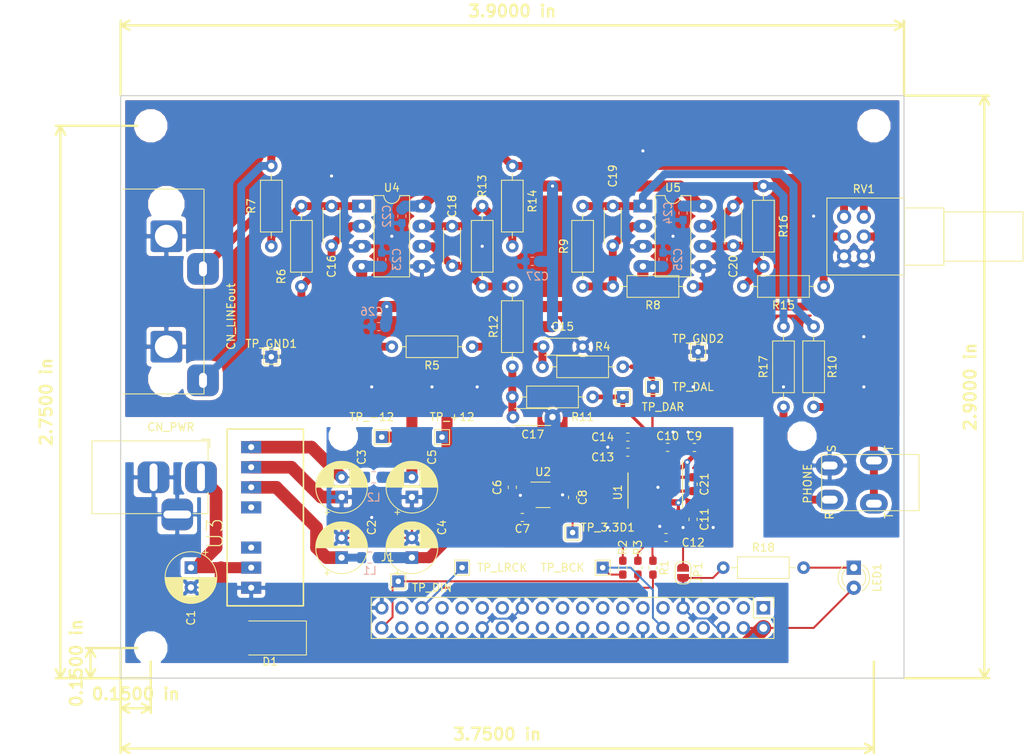
<source format=kicad_pcb>
(kicad_pcb (version 20171130) (host pcbnew "(5.0.2)-1")
  (layers (0 F.Cu signal) (31 B.Cu signal) (34 B.Paste user) (35 F.Paste user) (36 B.SilkS user) (37 F.SilkS user) (38 B.Mask user) (39 F.Mask user hide) (44 Edge.Cuts user))
  (net 0 "")
  (net 1 +12VA)
  (net 2 -12VA)
  (net 3 GNDA)
  (net 4 +3V3)
  (net 5 +5V)
  (net 6 "Net-(J1-Pad35)")
  (net 7 "Net-(J1-Pad40)")
  (net 8 /DAoutR)
  (net 9 /DAoutL)
  (net 10 "Net-(J1-Pad12)")
  (net 11 /BCK)
  (net 12 /LRCK)
  (net 13 GNDD)
  (net 14 "Net-(C16-Pad2)")
  (net 15 "Net-(LED1-Pad1)")
  (net 16 /PoutL)
  (net 17 /PoutR)
  (net 18 /DIN)
  (net 19 /LoutR)
  (net 20 /LoutL)
  (net 21 "Net-(J1-Pad1)")
  (net 22 "Net-(D1-Pad1)")
  (net 23 "Net-(J1-Pad3)")
  (net 24 "Net-(J1-Pad5)")
  (net 25 "Net-(J1-Pad7)")
  (net 26 "Net-(J1-Pad8)")
  (net 27 "Net-(J1-Pad10)")
  (net 28 "Net-(J1-Pad11)")
  (net 29 "Net-(J1-Pad13)")
  (net 30 "Net-(J1-Pad15)")
  (net 31 "Net-(J1-Pad16)")
  (net 32 "Net-(J1-Pad17)")
  (net 33 "Net-(J1-Pad18)")
  (net 34 "Net-(J1-Pad19)")
  (net 35 "Net-(J1-Pad21)")
  (net 36 "Net-(J1-Pad22)")
  (net 37 "Net-(J1-Pad23)")
  (net 38 "Net-(J1-Pad24)")
  (net 39 "Net-(J1-Pad26)")
  (net 40 "Net-(J1-Pad27)")
  (net 41 "Net-(J1-Pad28)")
  (net 42 "Net-(J1-Pad29)")
  (net 43 "Net-(J1-Pad31)")
  (net 44 "Net-(J1-Pad32)")
  (net 45 "Net-(J1-Pad33)")
  (net 46 "Net-(J1-Pad36)")
  (net 47 "Net-(J1-Pad37)")
  (net 48 "Net-(J1-Pad38)")
  (net 49 "Net-(U3-Pad3)")
  (net 50 "Net-(U3-Pad5)")
  (net 51 "Net-(C12-Pad1)")
  (net 52 "Net-(C19-Pad1)")
  (net 53 "Net-(C20-Pad1)")
  (net 54 "Net-(C20-Pad2)")
  (net 55 "Net-(C19-Pad2)")
  (net 56 "Net-(C18-Pad1)")
  (net 57 "Net-(C16-Pad1)")
  (net 58 "Net-(C18-Pad2)")
  (net 59 "Net-(C17-Pad2)")
  (net 60 "Net-(C15-Pad2)")
  (net 61 "Net-(C7-Pad1)")
  (net 62 "Net-(C21-Pad1)")
  (net 63 "Net-(C21-Pad2)")
  (net 64 "Net-(C10-Pad1)")
  (net 65 "Net-(C2-Pad1)")
  (net 66 "Net-(C3-Pad2)")
  (net 67 "Net-(R15-Pad1)")
  (net 68 "Net-(R8-Pad1)")
  (module Capacitor_THT:CP_Radial_D6.3mm_P2.50mm (layer F.Cu) (at 73.025 156.845 90)
    (fp_text reference C4 (at 3.81 3.81 90) (layer F.SilkS))
    (fp_text value 56u/25V)
    (pad 1 thru_hole rect (at 0 0 90) (size 1.6 1.6) (drill 0.8) (layers *.Cu *.Mask) (net 1 +12VA))
    (pad 2 thru_hole circle (at 2.5 0 90) (size 1.6 1.6) (drill 0.8) (layers *.Cu *.Mask) (net 3 GNDA))
  )
  (module Capacitor_SMD:C_0603_1608Metric_Pad1.05x0.95mm_HandSolder (layer B.Cu) (at 88.265 119.38)
    (fp_text reference C27 (at 0.635 1.905) (layer B.SilkS) (effects (justify mirror)))
    (fp_text value 10u)
    (pad 1 smd roundrect (at -0.875 0) (size 1.05 0.95) (layers B.Cu B.Paste B.Mask) (net 3 GNDA))
    (pad 2 smd roundrect (at 0.875 0) (size 1.05 0.95) (layers B.Cu B.Paste B.Mask) (net 1 +12VA))
  )
  (module Capacitor_SMD:C_0603_1608Metric_Pad1.05x0.95mm_HandSolder (layer B.Cu) (at 68.82 127.635 180)
    (fp_text reference C26 (at 0.875 1.905 180) (layer B.SilkS) (effects (justify mirror)))
    (fp_text value 10u)
    (pad 2 smd roundrect (at 0.875 0 180) (size 1.05 0.95) (layers B.Cu B.Paste B.Mask) (net 3 GNDA))
    (pad 1 smd roundrect (at -0.875 0 180) (size 1.05 0.95) (layers B.Cu B.Paste B.Mask) (net 2 -12VA))
  )
  (module Capacitor_SMD:C_0603_1608Metric_Pad1.05x0.95mm_HandSolder (layer B.Cu) (at 104.775 119.14 270)
    (fp_text reference C25 (at 0 -1.905 270) (layer B.SilkS) (effects (justify mirror)))
    (fp_text value 0.1u)
    (pad 1 smd roundrect (at -0.875 0 270) (size 1.05 0.95) (layers B.Cu B.Paste B.Mask) (net 3 GNDA))
    (pad 2 smd roundrect (at 0.875 0 270) (size 1.05 0.95) (layers B.Cu B.Paste B.Mask) (net 2 -12VA))
  )
  (module Resistor_THT:R_Axial_DIN0207_L6.3mm_D2.5mm_P10.16mm_Horizontal (layer F.Cu) (at 81.915 122.555 90)
    (fp_text reference R13 (at 12.7 0 90) (layer F.SilkS))
    (fp_text value 4.7k)
    (pad 1 thru_hole circle (at 0 0 90) (size 1.6 1.6) (drill 0.8) (layers *.Cu *.Mask) (net 58 "Net-(C18-Pad2)"))
    (pad 2 thru_hole oval (at 10.16 0 90) (size 1.6 1.6) (drill 0.8) (layers *.Cu *.Mask) (net 56 "Net-(C18-Pad1)"))
  )
  (module Resistor_SMD:R_0603_1608Metric_Pad1.05x0.95mm_HandSolder (layer F.Cu) (at 99.695 158.115 90)
    (fp_text reference R2 (at 2.54 0 90) (layer F.SilkS))
    (fp_text value 33)
    (pad 1 smd roundrect (at -0.875 0 90) (size 1.05 0.95) (layers F.Cu F.Paste F.Mask) (net 10 "Net-(J1-Pad12)"))
    (pad 2 smd roundrect (at 0.875 0 90) (size 1.05 0.95) (layers F.Cu F.Paste F.Mask) (net 11 /BCK))
  )
  (module Resistor_SMD:R_0603_1608Metric_Pad1.05x0.95mm_HandSolder (layer F.Cu) (at 101.6 158.115 90)
    (fp_text reference R3 (at 2.54 0 90) (layer F.SilkS))
    (fp_text value 33)
    (pad 2 smd roundrect (at 0.875 0 90) (size 1.05 0.95) (layers F.Cu F.Paste F.Mask) (net 18 /DIN))
    (pad 1 smd roundrect (at -0.875 0 90) (size 1.05 0.95) (layers F.Cu F.Paste F.Mask) (net 7 "Net-(J1-Pad40)"))
  )
  (module Resistor_SMD:R_0603_1608Metric_Pad1.05x0.95mm_HandSolder (layer F.Cu) (at 103.505 158.115 270)
    (fp_text reference R1 (at 0 -1.43 270) (layer F.SilkS))
    (fp_text value 33)
    (pad 1 smd roundrect (at -0.875 0 270) (size 1.05 0.95) (layers F.Cu F.Paste F.Mask) (net 12 /LRCK))
    (pad 2 smd roundrect (at 0.875 0 270) (size 1.05 0.95) (layers F.Cu F.Paste F.Mask) (net 6 "Net-(J1-Pad35)"))
  )
  (module Library:MJ8435_Jack_3.5mm (layer F.Cu) (at 136.525 146.975 270)
    (fp_text reference PHONE (at 0.508 13.462 270) (layer F.SilkS))
    (fp_text value AudioJack3_Ground)
    (fp_text user T (at 4.572 3.175 270) (layer F.SilkS))
    (fp_text user T (at -3.937 3.175 270) (layer F.SilkS))
    (fp_text user R (at 4.572 10.668 270) (layer F.SilkS))
    (fp_text user S (at -3.937 10.414 270) (layer F.SilkS))
    (pad T thru_hole oval (at -2.413 5.08) (size 3.5 2.5) (drill oval 2 1) (layers *.Cu *.Mask) (net 16 /PoutL))
    (pad T thru_hole oval (at 3.048 5.08) (size 3.5 2.5) (drill oval 2 1) (layers *.Cu *.Mask) (net 16 /PoutL))
    (pad S thru_hole oval (at -1.778 10.668) (size 3.5 2.5) (drill oval 2 1) (layers *.Cu *.Mask) (net 3 GNDA))
    (pad R thru_hole oval (at 2.54 10.668) (size 3.5 2.5) (drill oval 2 1) (layers *.Cu *.Mask) (net 17 /PoutR))
  )
  (module Capacitor_THT:C_Disc_D4.3mm_W1.9mm_P5.00mm (layer F.Cu) (at 94.615 130.175 180)
    (fp_text reference C15 (at 2.54 2.54 180) (layer F.SilkS))
    (fp_text value 2200p)
    (pad 2 thru_hole circle (at 5 0 180) (size 1.6 1.6) (drill 0.8) (layers *.Cu *.Mask) (net 60 "Net-(C15-Pad2)"))
    (pad 1 thru_hole circle (at 0 0 180) (size 1.6 1.6) (drill 0.8) (layers *.Cu *.Mask) (net 3 GNDA))
  )
  (module Capacitor_THT:C_Disc_D4.3mm_W1.9mm_P5.00mm (layer F.Cu) (at 62.865 112.395 270)
    (fp_text reference C16 (at 7.62 0 270) (layer F.SilkS))
    (fp_text value 680p)
    (pad 1 thru_hole circle (at 0 0 270) (size 1.6 1.6) (drill 0.8) (layers *.Cu *.Mask) (net 57 "Net-(C16-Pad1)"))
    (pad 2 thru_hole circle (at 5 0 270) (size 1.6 1.6) (drill 0.8) (layers *.Cu *.Mask) (net 14 "Net-(C16-Pad2)"))
  )
  (module Capacitor_THT:C_Disc_D4.3mm_W1.9mm_P5.00mm (layer F.Cu) (at 90.805 139.065 180)
    (fp_text reference C17 (at 2.5 -2.2 180) (layer F.SilkS))
    (fp_text value 2200p)
    (pad 2 thru_hole circle (at 5 0 180) (size 1.6 1.6) (drill 0.8) (layers *.Cu *.Mask) (net 59 "Net-(C17-Pad2)"))
    (pad 1 thru_hole circle (at 0 0 180) (size 1.6 1.6) (drill 0.8) (layers *.Cu *.Mask) (net 3 GNDA))
  )
  (module Capacitor_THT:C_Disc_D4.3mm_W1.9mm_P5.00mm (layer F.Cu) (at 98.425 112.395 270)
    (fp_text reference C19 (at -3.81 0 270) (layer F.SilkS))
    (fp_text value 5P)
    (pad 1 thru_hole circle (at 0 0 270) (size 1.6 1.6) (drill 0.8) (layers *.Cu *.Mask) (net 52 "Net-(C19-Pad1)"))
    (pad 2 thru_hole circle (at 5 0 270) (size 1.6 1.6) (drill 0.8) (layers *.Cu *.Mask) (net 55 "Net-(C19-Pad2)"))
  )
  (module Capacitor_THT:C_Disc_D4.3mm_W1.9mm_P5.00mm (layer F.Cu) (at 113.665 112.395 270)
    (fp_text reference C20 (at 7.62 0 270) (layer F.SilkS))
    (fp_text value 5p)
    (pad 2 thru_hole circle (at 5 0 270) (size 1.6 1.6) (drill 0.8) (layers *.Cu *.Mask) (net 54 "Net-(C20-Pad2)"))
    (pad 1 thru_hole circle (at 0 0 270) (size 1.6 1.6) (drill 0.8) (layers *.Cu *.Mask) (net 53 "Net-(C20-Pad1)"))
  )
  (module Capacitor_THT:C_Disc_D4.3mm_W1.9mm_P5.00mm (layer F.Cu) (at 78.105 114.935 270)
    (fp_text reference C18 (at -2.54 0 270) (layer F.SilkS))
    (fp_text value 680p)
    (pad 1 thru_hole circle (at 0 0 270) (size 1.6 1.6) (drill 0.8) (layers *.Cu *.Mask) (net 56 "Net-(C18-Pad1)"))
    (pad 2 thru_hole circle (at 5 0 270) (size 1.6 1.6) (drill 0.8) (layers *.Cu *.Mask) (net 58 "Net-(C18-Pad2)"))
  )
  (module Capacitor_SMD:C_0603_1608Metric_Pad1.05x0.95mm_HandSolder (layer F.Cu) (at 93.345 149.225 90)
    (fp_text reference C8 (at 0 1.27 90) (layer F.SilkS))
    (fp_text value 1u)
    (pad 2 smd roundrect (at 0.875 0 90) (size 1.05 0.95) (layers F.Cu F.Paste F.Mask) (net 3 GNDA))
    (pad 1 smd roundrect (at -0.875 0 90) (size 1.05 0.95) (layers F.Cu F.Paste F.Mask) (net 4 +3V3))
  )
  (module Capacitor_SMD:C_0603_1608Metric_Pad1.05x0.95mm_HandSolder (layer F.Cu) (at 108.585 147.56 270)
    (fp_text reference C21 (at 0 -1.43 270) (layer F.SilkS))
    (fp_text value 2.2u)
    (pad 1 smd roundrect (at -0.875 0 270) (size 1.05 0.95) (layers F.Cu F.Paste F.Mask) (net 62 "Net-(C21-Pad1)"))
    (pad 2 smd roundrect (at 0.875 0 270) (size 1.05 0.95) (layers F.Cu F.Paste F.Mask) (net 63 "Net-(C21-Pad2)"))
  )
  (module Capacitor_THT:CP_Radial_D6.3mm_P2.50mm (layer F.Cu) (at 64.135 156.845 90)
    (fp_text reference C2 (at 3.81 3.81 90) (layer F.SilkS))
    (fp_text value 56u/25V)
    (pad 1 thru_hole rect (at 0 0 90) (size 1.6 1.6) (drill 0.8) (layers *.Cu *.Mask) (net 65 "Net-(C2-Pad1)"))
    (pad 2 thru_hole circle (at 2.5 0 90) (size 1.6 1.6) (drill 0.8) (layers *.Cu *.Mask) (net 3 GNDA))
  )
  (module Capacitor_THT:CP_Radial_D6.3mm_P2.50mm (layer F.Cu) (at 64.135 149.185 90)
    (fp_text reference C3 (at 5.04 2.54 90) (layer F.SilkS))
    (fp_text value 56u/25V)
    (pad 2 thru_hole circle (at 2.5 0 90) (size 1.6 1.6) (drill 0.8) (layers *.Cu *.Mask) (net 66 "Net-(C3-Pad2)"))
    (pad 1 thru_hole rect (at 0 0 90) (size 1.6 1.6) (drill 0.8) (layers *.Cu *.Mask) (net 3 GNDA))
  )
  (module Capacitor_THT:CP_Radial_D6.3mm_P2.50mm (layer F.Cu) (at 73.025 149.185 90)
    (fp_text reference C5 (at 5.04 2.54 90) (layer F.SilkS))
    (fp_text value 56u/25V)
    (pad 2 thru_hole circle (at 2.5 0 90) (size 1.6 1.6) (drill 0.8) (layers *.Cu *.Mask) (net 2 -12VA))
    (pad 1 thru_hole rect (at 0 0 90) (size 1.6 1.6) (drill 0.8) (layers *.Cu *.Mask) (net 3 GNDA))
  )
  (module Capacitor_THT:CP_Radial_D6.3mm_P2.50mm (layer F.Cu) (at 45.085 158.115 270)
    (fp_text reference C1 (at 6.35 0 270) (layer F.SilkS))
    (fp_text value 100u/16V)
    (pad 1 thru_hole rect (at 0 0 270) (size 1.6 1.6) (drill 0.8) (layers *.Cu *.Mask) (net 5 +5V))
    (pad 2 thru_hole circle (at 2.5 0 270) (size 1.6 1.6) (drill 0.8) (layers *.Cu *.Mask) (net 13 GNDD))
  )
  (module Resistor_THT:R_Axial_DIN0207_L6.3mm_D2.5mm_P10.16mm_Horizontal (layer F.Cu) (at 99.695 132.715 180)
    (fp_text reference R4 (at 2.54 2.54 180) (layer F.SilkS))
    (fp_text value 470)
    (pad 2 thru_hole oval (at 10.16 0 180) (size 1.6 1.6) (drill 0.8) (layers *.Cu *.Mask) (net 60 "Net-(C15-Pad2)"))
    (pad 1 thru_hole circle (at 0 0 180) (size 1.6 1.6) (drill 0.8) (layers *.Cu *.Mask) (net 9 /DAoutL))
  )
  (module Resistor_THT:R_Axial_DIN0207_L6.3mm_D2.5mm_P10.16mm_Horizontal (layer F.Cu) (at 80.645 130.175 180)
    (fp_text reference R5 (at 5.08 -2.37 180) (layer F.SilkS))
    (fp_text value 4.7k)
    (pad 1 thru_hole circle (at 0 0 180) (size 1.6 1.6) (drill 0.8) (layers *.Cu *.Mask) (net 60 "Net-(C15-Pad2)"))
    (pad 2 thru_hole oval (at 10.16 0 180) (size 1.6 1.6) (drill 0.8) (layers *.Cu *.Mask) (net 14 "Net-(C16-Pad2)"))
  )
  (module Resistor_THT:R_Axial_DIN0207_L6.3mm_D2.5mm_P10.16mm_Horizontal (layer F.Cu) (at 59.055 122.555 90)
    (fp_text reference R6 (at 1.27 -2.54 90) (layer F.SilkS))
    (fp_text value 4.7k)
    (pad 2 thru_hole oval (at 10.16 0 90) (size 1.6 1.6) (drill 0.8) (layers *.Cu *.Mask) (net 57 "Net-(C16-Pad1)"))
    (pad 1 thru_hole circle (at 0 0 90) (size 1.6 1.6) (drill 0.8) (layers *.Cu *.Mask) (net 14 "Net-(C16-Pad2)"))
  )
  (module Resistor_THT:R_Axial_DIN0207_L6.3mm_D2.5mm_P10.16mm_Horizontal (layer F.Cu) (at 55.245 117.475 90)
    (fp_text reference R7 (at 5.08 -2.54 90) (layer F.SilkS))
    (fp_text value 100)
    (pad 1 thru_hole circle (at 0 0 90) (size 1.6 1.6) (drill 0.8) (layers *.Cu *.Mask) (net 57 "Net-(C16-Pad1)"))
    (pad 2 thru_hole oval (at 10.16 0 90) (size 1.6 1.6) (drill 0.8) (layers *.Cu *.Mask) (net 20 /LoutL))
  )
  (module Resistor_THT:R_Axial_DIN0207_L6.3mm_D2.5mm_P10.16mm_Horizontal (layer F.Cu) (at 108.585 122.555 180)
    (fp_text reference R8 (at 5.08 -2.37 180) (layer F.SilkS))
    (fp_text value 47k)
    (pad 2 thru_hole oval (at 10.16 0 180) (size 1.6 1.6) (drill 0.8) (layers *.Cu *.Mask) (net 55 "Net-(C19-Pad2)"))
    (pad 1 thru_hole circle (at 0 0 180) (size 1.6 1.6) (drill 0.8) (layers *.Cu *.Mask) (net 68 "Net-(R8-Pad1)"))
  )
  (module Resistor_THT:R_Axial_DIN0207_L6.3mm_D2.5mm_P10.16mm_Horizontal (layer F.Cu) (at 94.615 122.555 90)
    (fp_text reference R9 (at 5.08 -2.37 90) (layer F.SilkS))
    (fp_text value 47k)
    (pad 1 thru_hole circle (at 0 0 90) (size 1.6 1.6) (drill 0.8) (layers *.Cu *.Mask) (net 55 "Net-(C19-Pad2)"))
    (pad 2 thru_hole oval (at 10.16 0 90) (size 1.6 1.6) (drill 0.8) (layers *.Cu *.Mask) (net 52 "Net-(C19-Pad1)"))
  )
  (module Resistor_THT:R_Axial_DIN0207_L6.3mm_D2.5mm_P10.16mm_Horizontal (layer F.Cu) (at 123.825 127.635 270)
    (fp_text reference R10 (at 5.08 -2.37 270) (layer F.SilkS))
    (fp_text value 4.7)
    (pad 2 thru_hole oval (at 10.16 0 270) (size 1.6 1.6) (drill 0.8) (layers *.Cu *.Mask) (net 16 /PoutL))
    (pad 1 thru_hole circle (at 0 0 270) (size 1.6 1.6) (drill 0.8) (layers *.Cu *.Mask) (net 52 "Net-(C19-Pad1)"))
  )
  (module Resistor_THT:R_Axial_DIN0207_L6.3mm_D2.5mm_P10.16mm_Horizontal (layer F.Cu) (at 95.885 136.525 180)
    (fp_text reference R11 (at 1.27 -2.54 180) (layer F.SilkS))
    (fp_text value 470)
    (pad 1 thru_hole circle (at 0 0 180) (size 1.6 1.6) (drill 0.8) (layers *.Cu *.Mask) (net 8 /DAoutR))
    (pad 2 thru_hole oval (at 10.16 0 180) (size 1.6 1.6) (drill 0.8) (layers *.Cu *.Mask) (net 59 "Net-(C17-Pad2)"))
  )
  (module Resistor_THT:R_Axial_DIN0207_L6.3mm_D2.5mm_P10.16mm_Horizontal (layer F.Cu) (at 85.725 132.715 90)
    (fp_text reference R12 (at 5.08 -2.37 90) (layer F.SilkS))
    (fp_text value 4.7k)
    (pad 2 thru_hole oval (at 10.16 0 90) (size 1.6 1.6) (drill 0.8) (layers *.Cu *.Mask) (net 58 "Net-(C18-Pad2)"))
    (pad 1 thru_hole circle (at 0 0 90) (size 1.6 1.6) (drill 0.8) (layers *.Cu *.Mask) (net 59 "Net-(C17-Pad2)"))
  )
  (module Resistor_THT:R_Axial_DIN0207_L6.3mm_D2.5mm_P10.16mm_Horizontal (layer F.Cu) (at 85.725 117.475 90)
    (fp_text reference R14 (at 5.715 2.54 90) (layer F.SilkS))
    (fp_text value 100)
    (pad 2 thru_hole oval (at 10.16 0 90) (size 1.6 1.6) (drill 0.8) (layers *.Cu *.Mask) (net 19 /LoutR))
    (pad 1 thru_hole circle (at 0 0 90) (size 1.6 1.6) (drill 0.8) (layers *.Cu *.Mask) (net 56 "Net-(C18-Pad1)"))
  )
  (module Resistor_THT:R_Axial_DIN0207_L6.3mm_D2.5mm_P10.16mm_Horizontal (layer F.Cu) (at 125.095 122.555 180)
    (fp_text reference R15 (at 5.08 -2.37 180) (layer F.SilkS))
    (fp_text value 47k)
    (pad 1 thru_hole circle (at 0 0 180) (size 1.6 1.6) (drill 0.8) (layers *.Cu *.Mask) (net 67 "Net-(R15-Pad1)"))
    (pad 2 thru_hole oval (at 10.16 0 180) (size 1.6 1.6) (drill 0.8) (layers *.Cu *.Mask) (net 54 "Net-(C20-Pad2)"))
  )
  (module Resistor_THT:R_Axial_DIN0207_L6.3mm_D2.5mm_P10.16mm_Horizontal (layer F.Cu) (at 117.475 120.015 90)
    (fp_text reference R16 (at 5.08 2.54 90) (layer F.SilkS))
    (fp_text value 47k)
    (pad 2 thru_hole oval (at 10.16 0 90) (size 1.6 1.6) (drill 0.8) (layers *.Cu *.Mask) (net 53 "Net-(C20-Pad1)"))
    (pad 1 thru_hole circle (at 0 0 90) (size 1.6 1.6) (drill 0.8) (layers *.Cu *.Mask) (net 54 "Net-(C20-Pad2)"))
  )
  (module Resistor_THT:R_Axial_DIN0207_L6.3mm_D2.5mm_P10.16mm_Horizontal (layer F.Cu) (at 120.015 127.635 270)
    (fp_text reference R17 (at 5.08 2.54 270) (layer F.SilkS))
    (fp_text value 4.7)
    (pad 1 thru_hole circle (at 0 0 270) (size 1.6 1.6) (drill 0.8) (layers *.Cu *.Mask) (net 53 "Net-(C20-Pad1)"))
    (pad 2 thru_hole oval (at 10.16 0 270) (size 1.6 1.6) (drill 0.8) (layers *.Cu *.Mask) (net 17 /PoutR))
  )
  (module Resistor_THT:R_Axial_DIN0207_L6.3mm_D2.5mm_P10.16mm_Horizontal (layer F.Cu) (at 122.555 158.115 180)
    (fp_text reference R18 (at 5.08 2.54 180) (layer F.SilkS))
    (fp_text value 1k)
    (pad 2 thru_hole oval (at 10.16 0 180) (size 1.6 1.6) (drill 0.8) (layers *.Cu *.Mask) (net 13 GNDD))
    (pad 1 thru_hole circle (at 0 0 180) (size 1.6 1.6) (drill 0.8) (layers *.Cu *.Mask) (net 15 "Net-(LED1-Pad1)"))
  )
  (module LED_THT:LED_D3.0mm (layer F.Cu) (at 128.905 158.115 270)
    (fp_text reference LED1 (at 1.27 -2.96 270) (layer F.SilkS))
    (fp_text value CL-195Y)
    (pad 1 thru_hole rect (at 0 0 270) (size 1.8 1.8) (drill 0.9) (layers *.Cu *.Mask) (net 15 "Net-(LED1-Pad1)"))
    (pad 2 thru_hole circle (at 2.54 0 270) (size 1.8 1.8) (drill 0.9) (layers *.Cu *.Mask) (net 22 "Net-(D1-Pad1)"))
  )
  (module Package_TO_SOT_SMD:SOT-23-5_HandSoldering (layer F.Cu) (at 89.615 148.905)
    (fp_text reference U2 (at 0 -2.9) (layer F.SilkS))
    (fp_text value NJM2863)
    (pad 1 smd rect (at -1.35 -0.95) (size 1.56 0.65) (layers F.Cu F.Paste F.Mask) (net 1 +12VA))
    (pad 2 smd rect (at -1.35 0) (size 1.56 0.65) (layers F.Cu F.Paste F.Mask) (net 3 GNDA))
    (pad 3 smd rect (at -1.35 0.95) (size 1.56 0.65) (layers F.Cu F.Paste F.Mask) (net 61 "Net-(C7-Pad1)"))
    (pad 4 smd rect (at 1.35 0.95) (size 1.56 0.65) (layers F.Cu F.Paste F.Mask) (net 4 +3V3))
    (pad 5 smd rect (at 1.35 -0.95) (size 1.56 0.65) (layers F.Cu F.Paste F.Mask) (net 1 +12VA))
  )
  (module Inductor_SMD:L_0805_2012Metric_Pad1.15x1.40mm_HandSolder (layer B.Cu) (at 68.19 146.685)
    (fp_text reference L2 (at 0 2.54) (layer B.SilkS) (effects (justify mirror)))
    (fp_text value LBC2518T100M)
    (pad 2 smd roundrect (at 1.025 0) (size 1.15 1.4) (layers B.Cu B.Paste B.Mask) (roundrect_rratio 0.217391) (net 2 -12VA))
    (pad 1 smd roundrect (at -1.025 0) (size 1.15 1.4) (layers B.Cu B.Paste B.Mask) (roundrect_rratio 0.217391) (net 66 "Net-(C3-Pad2)"))
  )
  (module Inductor_SMD:L_0805_2012Metric_Pad1.15x1.40mm_HandSolder (layer B.Cu) (at 67.7 156.845)
    (fp_text reference L1 (at 0 1.65) (layer B.SilkS) (effects (justify mirror)))
    (fp_text value LBC2518T100M)
    (pad 1 smd roundrect (at -1.025 0) (size 1.15 1.4) (layers B.Cu B.Paste B.Mask) (roundrect_rratio 0.217391) (net 65 "Net-(C2-Pad1)"))
    (pad 2 smd roundrect (at 1.025 0) (size 1.15 1.4) (layers B.Cu B.Paste B.Mask) (roundrect_rratio 0.217391) (net 1 +12VA))
  )
  (module Capacitor_SMD:C_0603_1608Metric_Pad1.05x0.95mm_HandSolder (layer B.Cu) (at 69.215 119.14 270)
    (fp_text reference C23 (at 0 -1.905 270) (layer B.SilkS) (effects (justify mirror)))
    (fp_text value 0.1u)
    (pad 2 smd roundrect (at 0.875 0 270) (size 1.05 0.95) (layers B.Cu B.Paste B.Mask) (net 2 -12VA))
    (pad 1 smd roundrect (at -0.875 0 270) (size 1.05 0.95) (layers B.Cu B.Paste B.Mask) (net 3 GNDA))
  )
  (module Capacitor_SMD:C_0603_1608Metric_Pad1.05x0.95mm_HandSolder (layer B.Cu) (at 107.315 113.27 270)
    (fp_text reference C24 (at 0 1.905 270) (layer B.SilkS) (effects (justify mirror)))
    (fp_text value 0.1u)
    (pad 1 smd roundrect (at -0.875 0 270) (size 1.05 0.95) (layers B.Cu B.Paste B.Mask) (net 1 +12VA))
    (pad 2 smd roundrect (at 0.875 0 270) (size 1.05 0.95) (layers B.Cu B.Paste B.Mask) (net 3 GNDA))
  )
  (module Capacitor_SMD:C_0603_1608Metric_Pad1.05x0.95mm_HandSolder (layer F.Cu) (at 100.33 141.605)
    (fp_text reference C14 (at -3.175 0) (layer F.SilkS))
    (fp_text value 0.1u)
    (pad 2 smd roundrect (at 0.875 0) (size 1.05 0.95) (layers F.Cu F.Paste F.Mask) (net 4 +3V3))
    (pad 1 smd roundrect (at -0.875 0) (size 1.05 0.95) (layers F.Cu F.Paste F.Mask) (net 3 GNDA))
  )
  (module Capacitor_SMD:C_0603_1608Metric_Pad1.05x0.95mm_HandSolder (layer F.Cu) (at 100.33 143.51)
    (fp_text reference C13 (at -3.175 0.635) (layer F.SilkS))
    (fp_text value 10u)
    (pad 1 smd roundrect (at -0.875 0) (size 1.05 0.95) (layers F.Cu F.Paste F.Mask) (net 3 GNDA))
    (pad 2 smd roundrect (at 0.875 0) (size 1.05 0.95) (layers F.Cu F.Paste F.Mask) (net 4 +3V3))
  )
  (module Capacitor_SMD:C_0603_1608Metric_Pad1.05x0.95mm_HandSolder (layer F.Cu) (at 105.17 154.305)
    (fp_text reference C12 (at 3.415 0.635) (layer F.SilkS))
    (fp_text value 0.1u)
    (pad 2 smd roundrect (at 0.875 0) (size 1.05 0.95) (layers F.Cu F.Paste F.Mask) (net 3 GNDA))
    (pad 1 smd roundrect (at -0.875 0) (size 1.05 0.95) (layers F.Cu F.Paste F.Mask) (net 51 "Net-(C12-Pad1)"))
  )
  (module Capacitor_SMD:C_0603_1608Metric_Pad1.05x0.95mm_HandSolder (layer B.Cu) (at 71.755 113.665 270)
    (fp_text reference C22 (at 0 1.905 270) (layer B.SilkS) (effects (justify mirror)))
    (fp_text value 0.1u)
    (pad 1 smd roundrect (at -0.875 0 270) (size 1.05 0.95) (layers B.Cu B.Paste B.Mask) (net 1 +12VA))
    (pad 2 smd roundrect (at 0.875 0 270) (size 1.05 0.95) (layers B.Cu B.Paste B.Mask) (net 3 GNDA))
  )
  (module Capacitor_SMD:C_0603_1608Metric_Pad1.05x0.95mm_HandSolder (layer F.Cu) (at 105.3732 142.9004)
    (fp_text reference C10 (at 0 -1.43) (layer F.SilkS))
    (fp_text value 2.2u)
    (pad 2 smd roundrect (at 0.875 0) (size 1.05 0.95) (layers F.Cu F.Paste F.Mask) (net 3 GNDA))
    (pad 1 smd roundrect (at -0.875 0) (size 1.05 0.95) (layers F.Cu F.Paste F.Mask) (net 64 "Net-(C10-Pad1)"))
  )
  (module Capacitor_SMD:C_0603_1608Metric_Pad1.05x0.95mm_HandSolder (layer F.Cu) (at 108.7514 142.9131)
    (fp_text reference C9 (at 0 -1.43) (layer F.SilkS))
    (fp_text value 0.1u)
    (pad 1 smd roundrect (at -0.875 0) (size 1.05 0.95) (layers F.Cu F.Paste F.Mask) (net 3 GNDA))
    (pad 2 smd roundrect (at 0.875 0) (size 1.05 0.95) (layers F.Cu F.Paste F.Mask) (net 4 +3V3))
  )
  (module Capacitor_SMD:C_0603_1608Metric_Pad1.05x0.95mm_HandSolder (layer F.Cu) (at 86.995 151.765 180)
    (fp_text reference C7 (at 0 -1.43 180) (layer F.SilkS))
    (fp_text value 0.1u)
    (pad 1 smd roundrect (at -0.875 0 180) (size 1.05 0.95) (layers F.Cu F.Paste F.Mask) (net 61 "Net-(C7-Pad1)"))
    (pad 2 smd roundrect (at 0.875 0 180) (size 1.05 0.95) (layers F.Cu F.Paste F.Mask) (net 3 GNDA))
  )
  (module Capacitor_SMD:C_0603_1608Metric_Pad1.05x0.95mm_HandSolder (layer F.Cu) (at 85.725 147.955 270)
    (fp_text reference C6 (at 0 1.905 270) (layer F.SilkS))
    (fp_text value 0.1u)
    (pad 2 smd roundrect (at 0.875 0 270) (size 1.05 0.95) (layers F.Cu F.Paste F.Mask) (net 3 GNDA))
    (pad 1 smd roundrect (at -0.875 0 270) (size 1.05 0.95) (layers F.Cu F.Paste F.Mask) (net 1 +12VA))
  )
  (module Capacitor_SMD:C_0603_1608Metric_Pad1.05x0.95mm_HandSolder (layer F.Cu) (at 108.585 152.005 270)
    (fp_text reference C11 (at 0 -1.43 270) (layer F.SilkS))
    (fp_text value 0.1u)
    (pad 1 smd roundrect (at -0.875 0 270) (size 1.05 0.95) (layers F.Cu F.Paste F.Mask) (net 4 +3V3))
    (pad 2 smd roundrect (at 0.875 0 270) (size 1.05 0.95) (layers F.Cu F.Paste F.Mask) (net 3 GNDA))
  )
  (module Diode_SMD:D_SMB_Handsoldering (layer F.Cu) (at 55.085 167.005 180)
    (fp_text reference D1 (at 0 -3 180) (layer F.SilkS))
    (fp_text value RB160M-30TR)
    (pad 1 smd rect (at -2.7 0 180) (size 3.5 2.3) (layers F.Cu F.Paste F.Mask) (net 22 "Net-(D1-Pad1)"))
    (pad 2 smd rect (at 2.7 0 180) (size 3.5 2.3) (layers F.Cu F.Paste F.Mask) (net 5 +5V))
  )
  (module Jumper:SolderJumper-2_P1.3mm_Open_RoundedPad1.0x1.5mm (layer F.Cu) (at 107.315 158.765 90)
    (fp_text reference JP1 (at 0.015 1.905 90) (layer F.SilkS))
    (fp_text value Jumper)
    (pad 1 smd custom (at -0.65 0 90) (size 1 0.5) (layers F.Cu F.Mask) (net 13 GNDD) (options (clearance outline) (anchor rect)) (primitives (gr_circle (center 0 0.25) (end 0.5 0.25) (width 0)) (gr_circle (center 0 -0.25) (end 0.5 -0.25) (width 0)) (gr_poly (pts (xy 0 -0.75) (xy 0.5 -0.75) (xy 0.5 0.75) (xy 0 0.75)) (width 0))))
    (pad 2 smd custom (at 0.65 0 90) (size 1 0.5) (layers F.Cu F.Mask) (net 3 GNDA) (options (clearance outline) (anchor rect)) (primitives (gr_circle (center 0 0.25) (end 0.5 0.25) (width 0)) (gr_circle (center 0 -0.25) (end 0.5 -0.25) (width 0)) (gr_poly (pts (xy 0 -0.75) (xy -0.5 -0.75) (xy -0.5 0.75) (xy 0 0.75)) (width 0))))
  )
  (module Library:BarrelJack_Horizontal (layer F.Cu) (at 46.355 146.685)
    (fp_text reference CN_PWR (at -3.81 -6.35) (layer F.SilkS))
    (fp_text value Barrel_Jack_Switch)
    (pad 1 thru_hole roundrect (at 0 0) (size 4 4) (drill oval 1 3.5) (layers *.Cu *.Mask) (net 5 +5V))
    (pad 2 thru_hole roundrect (at -6 0) (size 4 4) (drill oval 1 3.5) (layers *.Cu *.Mask) (net 13 GNDD))
    (pad 3 thru_hole roundrect (at -3 4.7) (size 4 4) (drill oval 3.5 1) (layers *.Cu *.Mask) (net 13 GNDD))
  )
  (module Library:MCW03 (layer F.Cu) (at 52.705 151.765 90)
    (fp_text reference U3 (at -2.032 -4.572 90) (layer F.SilkS) (effects (font (size 2 2))))
    (fp_text value MCW03-05D12)
    (pad 1 thru_hole rect (at -8.89 0 90) (size 1.524 2.54) (drill 0.762) (layers *.Cu *.Mask) (net 13 GNDD))
    (pad 2 thru_hole rect (at -6.35 0 90) (size 1.524 2.54) (drill 0.762) (layers *.Cu *.Mask) (net 5 +5V))
    (pad 3 thru_hole rect (at -3.81 0 90) (size 1.524 2.54) (drill 0.762) (layers *.Cu *.Mask) (net 49 "Net-(U3-Pad3)"))
    (pad 5 thru_hole rect (at 1.27 0 90) (size 1.524 2.54) (drill 0.762) (layers *.Cu *.Mask) (net 50 "Net-(U3-Pad5)"))
    (pad 6 thru_hole rect (at 3.81 0 90) (size 1.524 2.54) (drill 0.762) (layers *.Cu *.Mask) (net 65 "Net-(C2-Pad1)"))
    (pad 7 thru_hole rect (at 6.35 0 90) (size 1.524 2.54) (drill 0.762) (layers *.Cu *.Mask) (net 3 GNDA))
    (pad 8 thru_hole rect (at 8.89 0 90) (size 1.524 2.54) (drill 0.762) (layers *.Cu *.Mask) (net 66 "Net-(C3-Pad2)"))
  )
  (module Library:RaspberryPi-ZW (layer F.Cu) (at 60.848 137.983)
    (fp_text reference J1 (at 9.0994 18.8178) (layer F.SilkS))
    (fp_text value Conn_02x20)
    (pad 1 thru_hole rect (at 56.627 25.212 270) (size 1.7 1.7) (drill 1) (layers *.Cu *.Mask) (net 21 "Net-(J1-Pad1)"))
    (pad 2 thru_hole oval (at 56.627 27.752 270) (size 1.7 1.7) (drill 1) (layers *.Cu *.Mask) (net 22 "Net-(D1-Pad1)"))
    (pad 3 thru_hole oval (at 54.087 25.212 270) (size 1.7 1.7) (drill 1) (layers *.Cu *.Mask) (net 23 "Net-(J1-Pad3)"))
    (pad 4 thru_hole oval (at 54.087 27.752 270) (size 1.7 1.7) (drill 1) (layers *.Cu *.Mask) (net 22 "Net-(D1-Pad1)"))
    (pad 5 thru_hole oval (at 51.547 25.212 270) (size 1.7 1.7) (drill 1) (layers *.Cu *.Mask) (net 24 "Net-(J1-Pad5)"))
    (pad 6 thru_hole oval (at 51.547 27.752 270) (size 1.7 1.7) (drill 1) (layers *.Cu *.Mask) (net 13 GNDD))
    (pad 7 thru_hole oval (at 49.007 25.212 270) (size 1.7 1.7) (drill 1) (layers *.Cu *.Mask) (net 25 "Net-(J1-Pad7)"))
    (pad 8 thru_hole oval (at 49.007 27.752 270) (size 1.7 1.7) (drill 1) (layers *.Cu *.Mask) (net 26 "Net-(J1-Pad8)"))
    (pad 9 thru_hole oval (at 46.467 25.212 270) (size 1.7 1.7) (drill 1) (layers *.Cu *.Mask) (net 13 GNDD))
    (pad 10 thru_hole oval (at 46.467 27.752 270) (size 1.7 1.7) (drill 1) (layers *.Cu *.Mask) (net 27 "Net-(J1-Pad10)"))
    (pad 11 thru_hole oval (at 43.927 25.212 270) (size 1.7 1.7) (drill 1) (layers *.Cu *.Mask) (net 28 "Net-(J1-Pad11)"))
    (pad 12 thru_hole oval (at 43.927 27.752 270) (size 1.7 1.7) (drill 1) (layers *.Cu *.Mask) (net 10 "Net-(J1-Pad12)"))
    (pad 13 thru_hole oval (at 41.387 25.212 270) (size 1.7 1.7) (drill 1) (layers *.Cu *.Mask) (net 29 "Net-(J1-Pad13)"))
    (pad 14 thru_hole oval (at 41.387 27.752 270) (size 1.7 1.7) (drill 1) (layers *.Cu *.Mask) (net 13 GNDD))
    (pad 15 thru_hole oval (at 38.847 25.212 270) (size 1.7 1.7) (drill 1) (layers *.Cu *.Mask) (net 30 "Net-(J1-Pad15)"))
    (pad 16 thru_hole oval (at 38.847 27.752 270) (size 1.7 1.7) (drill 1) (layers *.Cu *.Mask) (net 31 "Net-(J1-Pad16)"))
    (pad 17 thru_hole oval (at 36.307 25.212 270) (size 1.7 1.7) (drill 1) (layers *.Cu *.Mask) (net 32 "Net-(J1-Pad17)"))
    (pad 18 thru_hole oval (at 36.307 27.752 270) (size 1.7 1.7) (drill 1) (layers *.Cu *.Mask) (net 33 "Net-(J1-Pad18)"))
    (pad 19 thru_hole oval (at 33.767 25.212 270) (size 1.7 1.7) (drill 1) (layers *.Cu *.Mask) (net 34 "Net-(J1-Pad19)"))
    (pad 20 thru_hole oval (at 33.767 27.752 270) (size 1.7 1.7) (drill 1) (layers *.Cu *.Mask) (net 13 GNDD))
    (pad 21 thru_hole oval (at 31.227 25.212 270) (size 1.7 1.7) (drill 1) (layers *.Cu *.Mask) (net 35 "Net-(J1-Pad21)"))
    (pad 22 thru_hole oval (at 31.227 27.752 270) (size 1.7 1.7) (drill 1) (layers *.Cu *.Mask) (net 36 "Net-(J1-Pad22)"))
    (pad 23 thru_hole oval (at 28.687 25.212 270) (size 1.7 1.7) (drill 1) (layers *.Cu *.Mask) (net 37 "Net-(J1-Pad23)"))
    (pad 24 thru_hole oval (at 28.687 27.752 270) (size 1.7 1.7) (drill 1) (layers *.Cu *.Mask) (net 38 "Net-(J1-Pad24)"))
    (pad 25 thru_hole oval (at 26.147 25.212 270) (size 1.7 1.7) (drill 1) (layers *.Cu *.Mask) (net 13 GNDD))
    (pad 26 thru_hole oval (at 26.147 27.752 270) (size 1.7 1.7) (drill 1) (layers *.Cu *.Mask) (net 39 "Net-(J1-Pad26)"))
    (pad 27 thru_hole oval (at 23.607 25.212 270) (size 1.7 1.7) (drill 1) (layers *.Cu *.Mask) (net 40 "Net-(J1-Pad27)"))
    (pad 28 thru_hole oval (at 23.607 27.752 270) (size 1.7 1.7) (drill 1) (layers *.Cu *.Mask) (net 41 "Net-(J1-Pad28)"))
    (pad 29 thru_hole oval (at 21.067 25.212 270) (size 1.7 1.7) (drill 1) (layers *.Cu *.Mask) (net 42 "Net-(J1-Pad29)"))
    (pad 30 thru_hole oval (at 21.067 27.752 270) (size 1.7 1.7) (drill 1) (layers *.Cu *.Mask) (net 13 GNDD))
    (pad 31 thru_hole oval (at 18.527 25.212 270) (size 1.7 1.7) (drill 1) (layers *.Cu *.Mask) (net 43 "Net-(J1-Pad31)"))
    (pad 32 thru_hole oval (at 18.527 27.752 270) (size 1.7 1.7) (drill 1) (layers *.Cu *.Mask) (net 44 "Net-(J1-Pad32)"))
    (pad 33 thru_hole oval (at 15.987 25.212 270) (size 1.7 1.7) (drill 1) (layers *.Cu *.Mask) (net 45 "Net-(J1-Pad33)"))
    (pad 34 thru_hole oval (at 15.987 27.752 270) (size 1.7 1.7) (drill 1) (layers *.Cu *.Mask) (net 13 GNDD))
    (pad 35 thru_hole oval (at 13.447 25.212 270) (size 1.7 1.7) (drill 1) (layers *.Cu *.Mask) (net 6 "Net-(J1-Pad35)"))
    (pad 36 thru_hole oval (at 13.447 27.752 270) (size 1.7 1.7) (drill 1) (layers *.Cu *.Mask) (net 46 "Net-(J1-Pad36)"))
    (pad 37 thru_hole oval (at 10.907 25.212 270) (size 1.7 1.7) (drill 1) (layers *.Cu *.Mask) (net 47 "Net-(J1-Pad37)"))
    (pad 38 thru_hole oval (at 10.907 27.752 270) (size 1.7 1.7) (drill 1) (layers *.Cu *.Mask) (net 48 "Net-(J1-Pad38)"))
    (pad 39 thru_hole oval (at 8.367 25.212 270) (size 1.7 1.7) (drill 1) (layers *.Cu *.Mask) (net 13 GNDD))
    (pad 40 thru_hole oval (at 8.367 27.752 270) (size 1.7 1.7) (drill 1) (layers *.Cu *.Mask) (net 7 "Net-(J1-Pad40)"))
    (pad "" np_thru_hole circle (at 3.5 3.5) (size 2.7 2.7) (drill 2.7) (layers *.Cu *.Mask))
    (pad "" np_thru_hole circle (at 61.5 3.5) (size 2.7 2.7) (drill 2.7) (layers *.Cu *.Mask))
  )
  (module Library:StereoRCA_MJ518 (layer F.Cu) (at 36.195 123.19 270)
    (fp_text reference CN_LINEout (at 3.175 -13.97 270) (layer F.SilkS))
    (fp_text value Conn_Coaxial_x2)
    (pad 1 thru_hole roundrect (at 11.2395 -10.414 270) (size 4 4) (drill oval 1.9 1) (layers *.Cu *.Mask) (net 20 /LoutL))
    (pad 2 thru_hole roundrect (at -2.8575 -10.414 270) (size 4 4) (drill oval 1.9 1) (layers *.Cu *.Mask) (net 19 /LoutR))
    (pad 3 thru_hole roundrect (at -6.985 -5.7785 270) (size 4 4) (drill 2.9) (layers *.Cu *.Mask) (roundrect_rratio 0.1) (net 3 GNDA))
    (pad "" np_thru_hole circle (at 11.049 -5.7785 270) (size 3.6 3.6) (drill 3.6) (layers *.Cu *.Mask))
    (pad "" np_thru_hole circle (at -11.049 -5.7785 270) (size 3.6 3.6) (drill 3.6) (layers *.Cu *.Mask))
    (pad 3 thru_hole roundrect (at 6.985 -5.7785 270) (size 4 4) (drill 2.9) (layers *.Cu *.Mask) (roundrect_rratio 0.1) (net 3 GNDA))
  )
  (module MountingHole:MountingHole_3.2mm_M3 (layer F.Cu) (at 131.445 168.275)
    (fp_text reference H4 (at 0 0) (layer F.SilkS))
    (fp_text value MountingHole)
    (pad 1 np_thru_hole circle (at 0 0) (size 3.2 3.2) (drill 3.2) (layers *.Cu *.Mask))
  )
  (module MountingHole:MountingHole_3.2mm_M3 (layer F.Cu) (at 131.445 102.235)
    (fp_text reference H1 (at 0 0) (layer F.SilkS))
    (fp_text value MountingHole)
    (pad 1 np_thru_hole circle (at 0 0) (size 3.2 3.2) (drill 3.2) (layers *.Cu *.Mask))
  )
  (module MountingHole:MountingHole_3.2mm_M3 (layer F.Cu) (at 40.005 168.275)
    (fp_text reference H3 (at 0 0) (layer F.SilkS))
    (fp_text value MountingHole)
    (pad 1 np_thru_hole circle (at 0 0) (size 3.2 3.2) (drill 3.2) (layers *.Cu *.Mask))
  )
  (module MountingHole:MountingHole_3.2mm_M3 (layer F.Cu) (at 40.005 102.235)
    (fp_text reference H2 (at 0 0) (layer F.SilkS))
    (fp_text value MountingHole)
    (pad 1 np_thru_hole circle (at 0 0) (size 3.2 3.2) (drill 3.2) (layers *.Cu *.Mask))
  )
  (module Package_DIP:DIP-8_W7.62mm_LongPads (layer F.Cu) (at 66.675 112.395)
    (fp_text reference U4 (at 3.81 -2.33) (layer F.SilkS))
    (fp_text value OPA2134)
    (pad 8 thru_hole oval (at 7.62 0) (size 2.4 1.6) (drill 0.8) (layers *.Cu *.Mask) (net 1 +12VA))
    (pad 4 thru_hole oval (at 0 7.62) (size 2.4 1.6) (drill 0.8) (layers *.Cu *.Mask) (net 2 -12VA))
    (pad 7 thru_hole oval (at 7.62 2.54) (size 2.4 1.6) (drill 0.8) (layers *.Cu *.Mask) (net 56 "Net-(C18-Pad1)"))
    (pad 3 thru_hole oval (at 0 5.08) (size 2.4 1.6) (drill 0.8) (layers *.Cu *.Mask) (net 3 GNDA))
    (pad 6 thru_hole oval (at 7.62 5.08) (size 2.4 1.6) (drill 0.8) (layers *.Cu *.Mask) (net 58 "Net-(C18-Pad2)"))
    (pad 2 thru_hole oval (at 0 2.54) (size 2.4 1.6) (drill 0.8) (layers *.Cu *.Mask) (net 14 "Net-(C16-Pad2)"))
    (pad 5 thru_hole oval (at 7.62 7.62) (size 2.4 1.6) (drill 0.8) (layers *.Cu *.Mask) (net 3 GNDA))
    (pad 1 thru_hole rect (at 0 0) (size 2.4 1.6) (drill 0.8) (layers *.Cu *.Mask) (net 57 "Net-(C16-Pad1)"))
  )
  (module Package_DIP:DIP-8_W7.62mm_LongPads (layer F.Cu) (at 102.235 112.395)
    (fp_text reference U5 (at 3.81 -2.33) (layer F.SilkS))
    (fp_text value OPA2134)
    (pad 1 thru_hole rect (at 0 0) (size 2.4 1.6) (drill 0.8) (layers *.Cu *.Mask) (net 52 "Net-(C19-Pad1)"))
    (pad 5 thru_hole oval (at 7.62 7.62) (size 2.4 1.6) (drill 0.8) (layers *.Cu *.Mask) (net 3 GNDA))
    (pad 2 thru_hole oval (at 0 2.54) (size 2.4 1.6) (drill 0.8) (layers *.Cu *.Mask) (net 55 "Net-(C19-Pad2)"))
    (pad 6 thru_hole oval (at 7.62 5.08) (size 2.4 1.6) (drill 0.8) (layers *.Cu *.Mask) (net 54 "Net-(C20-Pad2)"))
    (pad 3 thru_hole oval (at 0 5.08) (size 2.4 1.6) (drill 0.8) (layers *.Cu *.Mask) (net 3 GNDA))
    (pad 7 thru_hole oval (at 7.62 2.54) (size 2.4 1.6) (drill 0.8) (layers *.Cu *.Mask) (net 53 "Net-(C20-Pad1)"))
    (pad 4 thru_hole oval (at 0 7.62) (size 2.4 1.6) (drill 0.8) (layers *.Cu *.Mask) (net 2 -12VA))
    (pad 8 thru_hole oval (at 7.62 0) (size 2.4 1.6) (drill 0.8) (layers *.Cu *.Mask) (net 1 +12VA))
  )
  (module Package_SO:TSSOP-20_4.4x6.5mm_P0.65mm (layer F.Cu) (at 103.8 148.365 270)
    (fp_text reference U1 (at 0.225 4.74 270) (layer F.SilkS))
    (fp_text value PCM5102)
    (pad 1 smd rect (at -2.95 -2.925 270) (size 1.45 0.45) (layers F.Cu F.Paste F.Mask) (net 4 +3V3))
    (pad 2 smd rect (at -2.95 -2.275 270) (size 1.45 0.45) (layers F.Cu F.Paste F.Mask) (net 62 "Net-(C21-Pad1)"))
    (pad 3 smd rect (at -2.95 -1.625 270) (size 1.45 0.45) (layers F.Cu F.Paste F.Mask) (net 3 GNDA))
    (pad 4 smd rect (at -2.95 -0.975 270) (size 1.45 0.45) (layers F.Cu F.Paste F.Mask) (net 63 "Net-(C21-Pad2)"))
    (pad 5 smd rect (at -2.95 -0.325 270) (size 1.45 0.45) (layers F.Cu F.Paste F.Mask) (net 64 "Net-(C10-Pad1)"))
    (pad 6 smd rect (at -2.95 0.325 270) (size 1.45 0.45) (layers F.Cu F.Paste F.Mask) (net 9 /DAoutL))
    (pad 7 smd rect (at -2.95 0.975 270) (size 1.45 0.45) (layers F.Cu F.Paste F.Mask) (net 8 /DAoutR))
    (pad 8 smd rect (at -2.95 1.625 270) (size 1.45 0.45) (layers F.Cu F.Paste F.Mask) (net 4 +3V3))
    (pad 9 smd rect (at -2.95 2.275 270) (size 1.45 0.45) (layers F.Cu F.Paste F.Mask) (net 3 GNDA))
    (pad 10 smd rect (at -2.95 2.925 270) (size 1.45 0.45) (layers F.Cu F.Paste F.Mask) (net 3 GNDA))
    (pad 11 smd rect (at 2.95 2.925 270) (size 1.45 0.45) (layers F.Cu F.Paste F.Mask) (net 3 GNDA))
    (pad 12 smd rect (at 2.95 2.275 270) (size 1.45 0.45) (layers F.Cu F.Paste F.Mask) (net 3 GNDA))
    (pad 13 smd rect (at 2.95 1.625 270) (size 1.45 0.45) (layers F.Cu F.Paste F.Mask) (net 11 /BCK))
    (pad 14 smd rect (at 2.95 0.975 270) (size 1.45 0.45) (layers F.Cu F.Paste F.Mask) (net 18 /DIN))
    (pad 15 smd rect (at 2.95 0.325 270) (size 1.45 0.45) (layers F.Cu F.Paste F.Mask) (net 12 /LRCK))
    (pad 16 smd rect (at 2.95 -0.325 270) (size 1.45 0.45) (layers F.Cu F.Paste F.Mask) (net 3 GNDA))
    (pad 17 smd rect (at 2.95 -0.975 270) (size 1.45 0.45) (layers F.Cu F.Paste F.Mask) (net 4 +3V3))
    (pad 18 smd rect (at 2.95 -1.625 270) (size 1.45 0.45) (layers F.Cu F.Paste F.Mask) (net 51 "Net-(C12-Pad1)"))
    (pad 19 smd rect (at 2.95 -2.275 270) (size 1.45 0.45) (layers F.Cu F.Paste F.Mask) (net 3 GNDA))
    (pad 20 smd rect (at 2.95 -2.925 270) (size 1.45 0.45) (layers F.Cu F.Paste F.Mask) (net 4 +3V3))
  )
  (module Potentiometer_THT:Potentiometer_Alps_RK097_Dual_Horizontal (layer F.Cu) (at 130.175 118.745)
    (fp_text reference RV1 (at 0 -8.5) (layer F.SilkS))
    (fp_text value R_POT_Dual)
    (pad 3 thru_hole circle (at 0 -5) (size 1.8 1.8) (drill 1) (layers *.Cu *.Mask) (net 20 /LoutL))
    (pad 2 thru_hole circle (at 0 -2.5) (size 1.8 1.8) (drill 1) (layers *.Cu *.Mask) (net 68 "Net-(R8-Pad1)"))
    (pad 1 thru_hole circle (at 0 0) (size 1.8 1.8) (drill 1) (layers *.Cu *.Mask) (net 3 GNDA))
    (pad 6 thru_hole circle (at -2.5 -5) (size 1.8 1.8) (drill 1) (layers *.Cu *.Mask) (net 19 /LoutR))
    (pad 5 thru_hole circle (at -2.5 -2.5) (size 1.8 1.8) (drill 1) (layers *.Cu *.Mask) (net 67 "Net-(R15-Pad1)"))
    (pad 4 thru_hole circle (at -2.5 0) (size 1.8 1.8) (drill 1) (layers *.Cu *.Mask) (net 3 GNDA))
  )
  (module TestPoint:TestPoint_THTPad_1.5x1.5mm_Drill0.7mm (layer F.Cu) (at 55.245 131.445)
    (fp_text reference TP_GND1 (at 0 -1.648) (layer F.SilkS))
    (fp_text value ~)
    (pad 1 thru_hole rect (at 0 0) (size 1.5 1.5) (drill 0.7) (layers *.Cu *.Mask) (net 3 GNDA))
  )
  (module TestPoint:TestPoint_THTPad_1.5x1.5mm_Drill0.7mm (layer F.Cu) (at 97.155 158.115)
    (fp_text reference TP_BCK (at -5.08 0) (layer F.SilkS))
    (fp_text value ~)
    (pad 1 thru_hole rect (at 0 0) (size 1.5 1.5) (drill 0.7) (layers *.Cu *.Mask) (net 10 "Net-(J1-Pad12)"))
  )
  (module TestPoint:TestPoint_THTPad_1.5x1.5mm_Drill0.7mm (layer F.Cu) (at 103.505 135.255)
    (fp_text reference TP_DAL (at 5.08 0) (layer F.SilkS))
    (fp_text value ~)
    (pad 1 thru_hole rect (at 0 0) (size 1.5 1.5) (drill 0.7) (layers *.Cu *.Mask) (net 9 /DAoutL))
  )
  (module TestPoint:TestPoint_THTPad_1.5x1.5mm_Drill0.7mm (layer F.Cu) (at 99.695 136.525)
    (fp_text reference TP_DAR (at 5.08 1.27) (layer F.SilkS))
    (fp_text value ~)
    (pad 1 thru_hole rect (at 0 0) (size 1.5 1.5) (drill 0.7) (layers *.Cu *.Mask) (net 8 /DAoutR))
  )
  (module TestPoint:TestPoint_THTPad_1.5x1.5mm_Drill0.7mm (layer F.Cu) (at 71.29999 159.84001)
    (fp_text reference TP_DIN (at 4.26501 0.81499) (layer F.SilkS))
    (fp_text value ~)
    (pad 1 thru_hole rect (at 0 0) (size 1.5 1.5) (drill 0.7) (layers *.Cu *.Mask) (net 7 "Net-(J1-Pad40)"))
  )
  (module TestPoint:TestPoint_THTPad_1.5x1.5mm_Drill0.7mm (layer F.Cu) (at 79.375 158.115)
    (fp_text reference TP_LRCK (at 5.08 0) (layer F.SilkS))
    (fp_text value ~)
    (pad 1 thru_hole rect (at 0 0) (size 1.5 1.5) (drill 0.7) (layers *.Cu *.Mask) (net 6 "Net-(J1-Pad35)"))
  )
  (module TestPoint:TestPoint_THTPad_1.5x1.5mm_Drill0.7mm (layer F.Cu) (at 93.345 153.67)
    (fp_text reference TP_3.3D1 (at 4.445 -0.635) (layer F.SilkS))
    (fp_text value ~)
    (pad 1 thru_hole rect (at 0 0) (size 1.5 1.5) (drill 0.7) (layers *.Cu *.Mask) (net 4 +3V3))
  )
  (module TestPoint:TestPoint_THTPad_1.5x1.5mm_Drill0.7mm (layer F.Cu) (at 109.22 130.81)
    (fp_text reference TP_GND2 (at 0 -1.648) (layer F.SilkS))
    (fp_text value ~)
    (pad 1 thru_hole rect (at 0 0) (size 1.5 1.5) (drill 0.7) (layers *.Cu *.Mask) (net 3 GNDA))
  )
  (module TestPoint:TestPoint_THTPad_1.5x1.5mm_Drill0.7mm (layer F.Cu) (at 69.215 141.605)
    (fp_text reference TP_-12 (at -1.27 -2.54) (layer F.SilkS))
    (fp_text value ~)
    (pad 1 thru_hole rect (at 0 0) (size 1.5 1.5) (drill 0.7) (layers *.Cu *.Mask) (net 2 -12VA))
  )
  (module TestPoint:TestPoint_THTPad_1.5x1.5mm_Drill0.7mm (layer F.Cu) (at 76.835 141.605)
    (fp_text reference TP_+12 (at 1.27 -2.54) (layer F.SilkS))
    (fp_text value ~)
    (pad 1 thru_hole rect (at 0 0) (size 1.5 1.5) (drill 0.7) (layers *.Cu *.Mask) (net 1 +12VA))
  )
  (dimension 69.85 (width 0.3) (layer F.SilkS) (gr_text "69.850 mm" (at 26.475 137.16 90) (layer F.SilkS) (effects (font (size 1.5 1.5) (thickness 0.3)))) (feature1 (pts (xy 40.005 102.235) (xy 27.988579 102.235))) (feature2 (pts (xy 40.005 172.085) (xy 27.988579 172.085))) (crossbar (pts (xy 28.575 172.085) (xy 28.575 102.235))) (arrow1a (pts (xy 28.575 102.235) (xy 29.161421 103.361504))) (arrow1b (pts (xy 28.575 102.235) (xy 27.988579 103.361504))) (arrow2a (pts (xy 28.575 172.085) (xy 29.161421 170.958496))) (arrow2b (pts (xy 28.575 172.085) (xy 27.988579 170.958496))))
  (dimension 3.81 (width 0.3) (layer F.SilkS) (gr_text "3.810 mm" (at 30.285 170.18 270) (layer F.SilkS) (effects (font (size 1.5 1.5) (thickness 0.3)))) (feature1 (pts (xy 40.005 172.085) (xy 31.798579 172.085))) (feature2 (pts (xy 40.005 168.275) (xy 31.798579 168.275))) (crossbar (pts (xy 32.385 168.275) (xy 32.385 172.085))) (arrow1a (pts (xy 32.385 172.085) (xy 31.798579 170.958496))) (arrow1b (pts (xy 32.385 172.085) (xy 32.971421 170.958496))) (arrow2a (pts (xy 32.385 168.275) (xy 31.798579 169.401504))) (arrow2b (pts (xy 32.385 168.275) (xy 32.971421 169.401504))))
  (dimension 95.25 (width 0.3) (layer F.SilkS) (gr_text "95.250 mm" (at 83.82 183.074999) (layer F.SilkS) (effects (font (size 1.5 1.5) (thickness 0.3)))) (feature1 (pts (xy 131.445 168.275) (xy 131.445 181.56142))) (feature2 (pts (xy 36.195 168.275) (xy 36.195 181.56142))) (crossbar (pts (xy 36.195 180.974999) (xy 131.445 180.974999))) (arrow1a (pts (xy 131.445 180.974999) (xy 130.318496 181.56142))) (arrow1b (pts (xy 131.445 180.974999) (xy 130.318496 180.388578))) (arrow2a (pts (xy 36.195 180.974999) (xy 37.321504 181.56142))) (arrow2b (pts (xy 36.195 180.974999) (xy 37.321504 180.388578))))
  (dimension 3.81 (width 0.3) (layer F.SilkS) (gr_text "3.810 mm" (at 38.1 177.995) (layer F.SilkS) (effects (font (size 1.5 1.5) (thickness 0.3)))) (feature1 (pts (xy 36.195 168.275) (xy 36.195 176.481421))) (feature2 (pts (xy 40.005 168.275) (xy 40.005 176.481421))) (crossbar (pts (xy 40.005 175.895) (xy 36.195 175.895))) (arrow1a (pts (xy 36.195 175.895) (xy 37.321504 175.308579))) (arrow1b (pts (xy 36.195 175.895) (xy 37.321504 176.481421))) (arrow2a (pts (xy 40.005 175.895) (xy 38.878496 175.308579))) (arrow2b (pts (xy 40.005 175.895) (xy 38.878496 176.481421))))
  (dimension 73.66 (width 0.3) (layer F.SilkS) (gr_text "73.660 mm" (at 147.515 135.255 270) (layer F.SilkS) (effects (font (size 1.5 1.5) (thickness 0.3)))) (feature1 (pts (xy 135.255 172.085) (xy 146.001421 172.085))) (feature2 (pts (xy 135.255 98.425) (xy 146.001421 98.425))) (crossbar (pts (xy 145.415 98.425) (xy 145.415 172.085))) (arrow1a (pts (xy 145.415 172.085) (xy 144.828579 170.958496))) (arrow1b (pts (xy 145.415 172.085) (xy 146.001421 170.958496))) (arrow2a (pts (xy 145.415 98.425) (xy 144.828579 99.551504))) (arrow2b (pts (xy 145.415 98.425) (xy 146.001421 99.551504))))
  (dimension 99.06 (width 0.3) (layer F.SilkS) (gr_text "99.060 mm" (at 85.725 87.435) (layer F.SilkS) (effects (font (size 1.5 1.5) (thickness 0.3)))) (feature1 (pts (xy 135.255 98.425) (xy 135.255 88.948579))) (feature2 (pts (xy 36.195 98.425) (xy 36.195 88.948579))) (crossbar (pts (xy 36.195 89.535) (xy 135.255 89.535))) (arrow1a (pts (xy 135.255 89.535) (xy 134.128496 90.121421))) (arrow1b (pts (xy 135.255 89.535) (xy 134.128496 88.948579))) (arrow2a (pts (xy 36.195 89.535) (xy 37.321504 90.121421))) (arrow2b (pts (xy 36.195 89.535) (xy 37.321504 88.948579))))
  (gr_line (start 36.195 172.085) (end 36.195 98.425) (layer Edge.Cuts) (width 0.15))
  (gr_line (start 135.255 172.085) (end 36.195 172.085) (layer Edge.Cuts) (width 0.15))
  (gr_line (start 135.255 98.425) (end 135.255 172.085) (layer Edge.Cuts) (width 0.15))
  (gr_line (start 36.195 98.425) (end 135.255 98.425) (layer Edge.Cuts) (width 0.15))
  (segment (start 109.455 112.395) (end 109.855 112.395) (width 1.4) (layer F.Cu) (net 1))
  (segment (start 106.915 109.855) (end 109.455 112.395) (width 1.4) (layer F.Cu) (net 1))
  (segment (start 76.835 109.855) (end 90.805 109.855) (width 1.4) (layer F.Cu) (net 1))
  (segment (start 74.295 112.395) (end 76.835 109.855) (width 1.4) (layer F.Cu) (net 1))
  (segment (start 107.315 112.395) (end 109.855 112.395) (width 1.4) (layer B.Cu) (net 1))
  (segment (start 90.805 109.855) (end 106.915 109.855) (width 1.4) (layer F.Cu) (net 1))
  (via (at 90.805 109.855) (size 0.8) (drill 0.4) (layers F.Cu B.Cu) (net 1))
  (segment (start 72.15 112.395) (end 71.755 112.79) (width 1.4) (layer B.Cu) (net 1))
  (segment (start 74.295 112.395) (end 72.15 112.395) (width 1.4) (layer B.Cu) (net 1))
  (segment (start 75.225 156.845) (end 77.47 154.6) (width 1.4) (layer F.Cu) (net 1))
  (segment (start 73.025 156.845) (end 75.225 156.845) (width 1.4) (layer F.Cu) (net 1))
  (segment (start 77.47 127.635) (end 90.805 127.635) (width 1.4) (layer F.Cu) (net 1))
  (segment (start 90.805 127.635) (end 90.805 127.635) (width 1.4) (layer F.Cu) (net 1))
  (via (at 90.805 127.635) (size 0.8) (drill 0.4) (layers F.Cu B.Cu) (net 1))
  (segment (start 77.47 154.6) (end 77.47 149.225) (width 1.4) (layer F.Cu) (net 1))
  (segment (start 85.725 147.08) (end 84.455 145.81) (width 1.4) (layer F.Cu) (net 1))
  (segment (start 77.865 145.81) (end 77.47 145.415) (width 1.4) (layer F.Cu) (net 1))
  (segment (start 84.455 145.81) (end 77.865 145.81) (width 1.4) (layer F.Cu) (net 1))
  (segment (start 77.47 145.415) (end 77.47 127.635) (width 1.4) (layer F.Cu) (net 1))
  (segment (start 77.47 149.225) (end 77.47 145.415) (width 1.4) (layer F.Cu) (net 1))
  (segment (start 89.14 119.38) (end 90.805 119.38) (width 1.4) (layer B.Cu) (net 1))
  (segment (start 90.805 119.38) (end 90.805 127.635) (width 1.4) (layer B.Cu) (net 1))
  (segment (start 90.805 109.855) (end 90.805 119.38) (width 1.4) (layer B.Cu) (net 1))
  (segment (start 68.725 156.845) (end 73.025 156.845) (width 1.4) (layer B.Cu) (net 1))
  (segment (start 102.235 120.015) (end 104.775 120.015) (width 1.4) (layer B.Cu) (net 2))
  (segment (start 66.675 120.015) (end 69.215 120.015) (width 1.4) (layer B.Cu) (net 2))
  (segment (start 102.235 122.215) (end 102.235 120.015) (width 1.4) (layer F.Cu) (net 2))
  (segment (start 99.355 125.095) (end 102.235 122.215) (width 1.4) (layer F.Cu) (net 2))
  (segment (start 66.675 123.19) (end 68.58 125.095) (width 1.4) (layer F.Cu) (net 2))
  (segment (start 66.675 120.015) (end 66.675 123.19) (width 1.4) (layer F.Cu) (net 2))
  (segment (start 73.025 125.095) (end 99.355 125.095) (width 1.4) (layer F.Cu) (net 2))
  (segment (start 68.58 125.095) (end 69.85 125.095) (width 1.4) (layer F.Cu) (net 2))
  (segment (start 69.215 146.685) (end 73.025 146.685) (width 1.4) (layer B.Cu) (net 2))
  (segment (start 69.695 127.06) (end 69.85 126.905) (width 1.4) (layer B.Cu) (net 2))
  (segment (start 69.695 127.635) (end 69.695 127.06) (width 1.4) (layer B.Cu) (net 2))
  (segment (start 69.85 126.905) (end 69.85 125.095) (width 1.4) (layer B.Cu) (net 2))
  (segment (start 69.85 125.095) (end 73.025 125.095) (width 1.4) (layer F.Cu) (net 2))
  (via (at 69.85 125.095) (size 0.8) (drill 0.4) (layers F.Cu B.Cu) (net 2))
  (segment (start 72.9488 141.605) (end 73.025 141.5288) (width 1.4) (layer F.Cu) (net 2))
  (segment (start 69.215 141.605) (end 72.9488 141.605) (width 1.4) (layer F.Cu) (net 2))
  (segment (start 73.025 141.5288) (end 73.025 125.095) (width 1.4) (layer F.Cu) (net 2))
  (segment (start 73.025 146.685) (end 73.025 141.5288) (width 1.4) (layer F.Cu) (net 2))
  (segment (start 105.425 143.495) (end 106.045 142.875) (width 0.25) (layer F.Cu) (net 3))
  (segment (start 105.425 145.415) (end 105.425 143.495) (width 0.25) (layer F.Cu) (net 3))
  (segment (start 106.045 142.875) (end 107.71 142.875) (width 0.25) (layer F.Cu) (net 3))
  (segment (start 64.135 149.185) (end 64.135 154.345) (width 0.25) (layer F.Cu) (net 3))
  (segment (start 52.705 145.415) (end 57.785 145.415) (width 1.6) (layer F.Cu) (net 3))
  (segment (start 61.555 149.185) (end 64.135 149.185) (width 1.6) (layer F.Cu) (net 3))
  (segment (start 57.785 145.415) (end 61.555 149.185) (width 1.6) (layer F.Cu) (net 3))
  (via (at 123.825 113.665) (size 0.8) (drill 0.4) (layers F.Cu B.Cu) (net 3))
  (via (at 81.915 117.475) (size 0.8) (drill 0.4) (layers F.Cu B.Cu) (net 3))
  (via (at 102.235 105.41) (size 0.8) (drill 0.4) (layers F.Cu B.Cu) (net 3))
  (segment (start 92.79 148.905) (end 93.345 148.35) (width 0.6) (layer F.Cu) (net 3))
  (segment (start 88.265 148.905) (end 92.075 148.905) (width 0.6) (layer F.Cu) (net 3))
  (segment (start 100.57 151.01) (end 100.875 151.315) (width 0.25) (layer F.Cu) (net 3))
  (segment (start 100.57 150.89) (end 100.57 151.01) (width 0.25) (layer F.Cu) (net 3))
  (segment (start 100.875 151.315) (end 101.525 151.315) (width 0.25) (layer F.Cu) (net 3))
  (segment (start 106.045 151.345) (end 106.075 151.315) (width 0.25) (layer F.Cu) (net 3))
  (segment (start 106.045 154.305) (end 106.045 151.345) (width 0.25) (layer F.Cu) (net 3))
  (segment (start 100.875 145.415) (end 101.525 145.415) (width 0.4) (layer F.Cu) (net 3))
  (segment (start 107.16 154.305) (end 108.585 152.88) (width 0.25) (layer F.Cu) (net 3))
  (segment (start 106.045 154.305) (end 107.16 154.305) (width 0.25) (layer F.Cu) (net 3))
  (segment (start 100.875 145.415) (end 100.33 145.415) (width 0.25) (layer F.Cu) (net 3))
  (segment (start 100.33 145.415) (end 99.695 144.78) (width 0.25) (layer F.Cu) (net 3))
  (segment (start 99.455 141.605) (end 99.455 143.51) (width 0.25) (layer F.Cu) (net 3))
  (segment (start 99.455 144.085) (end 99.695 144.325) (width 0.25) (layer F.Cu) (net 3))
  (segment (start 99.455 143.51) (end 99.455 144.085) (width 0.25) (layer F.Cu) (net 3))
  (segment (start 99.695 144.325) (end 99.695 144.78) (width 0.25) (layer F.Cu) (net 3))
  (segment (start 73.025 149.185) (end 85.685 149.185) (width 0.25) (layer B.Cu) (net 3))
  (via (at 97.79 142.875) (size 0.8) (drill 0.4) (layers F.Cu B.Cu) (net 3))
  (via (at 97.79 153.035) (size 0.8) (drill 0.4) (layers F.Cu B.Cu) (net 3))
  (via (at 106.045 140.97) (size 0.8) (drill 0.4) (layers F.Cu B.Cu) (net 3))
  (via (at 107.95 140.97) (size 0.8) (drill 0.4) (layers F.Cu B.Cu) (net 3))
  (via (at 111.125 153.035) (size 0.8) (drill 0.4) (layers F.Cu B.Cu) (net 3))
  (segment (start 104.125 153.02) (end 104.125 152.7175) (width 0.25) (layer F.Cu) (net 3))
  (segment (start 104.125 151.315) (end 104.125 153.02) (width 0.25) (layer F.Cu) (net 3))
  (via (at 104.14 147.955) (size 0.8) (drill 0.4) (layers F.Cu B.Cu) (net 3))
  (segment (start 90.805 142.875) (end 90.805 139.065) (width 2) (layer B.Cu) (net 3))
  (segment (start 107.315 158.115) (end 107.315 154.94) (width 0.25) (layer F.Cu) (net 3))
  (segment (start 106.68 154.94) (end 106.045 154.305) (width 0.25) (layer F.Cu) (net 3))
  (segment (start 107.315 154.94) (end 106.68 154.94) (width 0.25) (layer F.Cu) (net 3))
  (segment (start 64.135 149.185) (end 73.025 149.185) (width 0.25) (layer F.Cu) (net 3))
  (segment (start 73.025 149.185) (end 73.025 154.345) (width 0.25) (layer F.Cu) (net 3))
  (segment (start 73.025 154.345) (end 64.135 154.345) (width 0.25) (layer F.Cu) (net 3))
  (segment (start 92.075 148.905) (end 92.79 148.905) (width 0.6) (layer F.Cu) (net 3))
  (via (at 92.075 148.905) (size 0.8) (drill 0.4) (layers F.Cu B.Cu) (net 3))
  (via (at 86.741 148.971) (size 0.8) (drill 0.4) (layers F.Cu B.Cu) (net 3))
  (segment (start 104.125 152.7175) (end 104.14 153.035) (width 0.25) (layer F.Cu) (net 3))
  (via (at 104.3686 152.8953) (size 0.8) (drill 0.4) (layers F.Cu B.Cu) (net 3))
  (via (at 81.28 135.255) (size 0.8) (drill 0.4) (layers F.Cu B.Cu) (net 3))
  (via (at 75.565 135.255) (size 0.8) (drill 0.4) (layers F.Cu B.Cu) (net 3))
  (via (at 107.315 153.035) (size 0.8) (drill 0.4) (layers F.Cu B.Cu) (net 3))
  (via (at 67.945 135.255) (size 0.8) (drill 0.4) (layers F.Cu B.Cu) (net 3))
  (via (at 108.585 135.255) (size 0.8) (drill 0.4) (layers F.Cu B.Cu) (net 3))
  (via (at 120.015 135.255) (size 0.8) (drill 0.4) (layers F.Cu B.Cu) (net 3))
  (via (at 130.175 135.255) (size 0.8) (drill 0.4) (layers F.Cu B.Cu) (net 3))
  (via (at 130.175 128.905) (size 0.8) (drill 0.4) (layers F.Cu B.Cu) (net 3))
  (via (at 62.865 108.585) (size 0.8) (drill 0.4) (layers F.Cu B.Cu) (net 3))
  (via (at 67.945 151.765) (size 0.8) (drill 0.4) (layers F.Cu B.Cu) (net 3))
  (via (at 70.485 116.205) (size 0.8) (drill 0.4) (layers F.Cu B.Cu) (net 3))
  (via (at 106.045 116.205) (size 0.8) (drill 0.4) (layers F.Cu B.Cu) (net 3))
  (segment (start 109.46 143.155) (end 109.46 142.875) (width 0.25) (layer F.Cu) (net 4))
  (segment (start 107.2 145.415) (end 107.835 144.78) (width 0.6) (layer F.Cu) (net 4))
  (segment (start 106.725 145.415) (end 107.2 145.415) (width 0.4) (layer F.Cu) (net 4))
  (segment (start 93.74 150.495) (end 93.345 150.1) (width 0.25) (layer F.Cu) (net 4))
  (segment (start 91.21 150.1) (end 90.965 149.855) (width 0.25) (layer F.Cu) (net 4))
  (segment (start 93.345 150.1) (end 91.21 150.1) (width 0.6) (layer F.Cu) (net 4))
  (segment (start 108.47 144.145) (end 109.46 143.155) (width 0.6) (layer F.Cu) (net 4))
  (segment (start 106.725 151.315) (end 106.725 149.905) (width 0.4) (layer F.Cu) (net 4))
  (segment (start 106.725 149.905) (end 106.68 149.86) (width 0.25) (layer F.Cu) (net 4))
  (segment (start 104.775 151.315) (end 104.775 149.86) (width 0.25) (layer F.Cu) (net 4))
  (segment (start 102.175 145.415) (end 102.175 149.8) (width 0.4) (layer F.Cu) (net 4))
  (segment (start 102.175 149.8) (end 102.235 149.86) (width 0.25) (layer F.Cu) (net 4))
  (segment (start 102.235 149.86) (end 98.425 149.86) (width 0.8) (layer F.Cu) (net 4))
  (segment (start 106.68 149.86) (end 102.235 149.86) (width 0.8) (layer F.Cu) (net 4))
  (segment (start 107.835 144.78) (end 108.47 144.145) (width 0.6) (layer F.Cu) (net 4))
  (via (at 107.835 144.78) (size 0.8) (drill 0.4) (layers F.Cu B.Cu) (net 4))
  (segment (start 106.725 149.905) (end 106.725 149.905) (width 0.25) (layer F.Cu) (net 4))
  (via (at 106.725 149.905) (size 0.8) (drill 0.4) (layers F.Cu B.Cu) (net 4))
  (segment (start 107.835 148.795) (end 106.725 149.905) (width 0.6) (layer B.Cu) (net 4))
  (segment (start 107.835 144.78) (end 107.835 148.795) (width 0.6) (layer B.Cu) (net 4))
  (segment (start 102.175 142.575) (end 101.205 141.605) (width 0.4) (layer F.Cu) (net 4))
  (segment (start 102.175 145.415) (end 102.175 142.575) (width 0.4) (layer F.Cu) (net 4))
  (segment (start 101.205 143.51) (end 102.235 143.51) (width 0.3) (layer F.Cu) (net 4))
  (segment (start 98.185 150.1) (end 93.345 150.1) (width 0.8) (layer F.Cu) (net 4))
  (segment (start 98.425 149.86) (end 98.185 150.1) (width 0.25) (layer F.Cu) (net 4))
  (segment (start 108.4 151.315) (end 108.585 151.13) (width 0.25) (layer F.Cu) (net 4))
  (segment (start 106.725 151.315) (end 108.4 151.315) (width 0.4) (layer F.Cu) (net 4))
  (segment (start 93.345 153.67) (end 93.345 150.1) (width 0.25) (layer F.Cu) (net 4))
  (segment (start 101.205 141.605) (end 101.205 143.51) (width 0.6) (layer F.Cu) (net 4))
  (segment (start 46.355 146.685) (end 48.26 148.59) (width 1.6) (layer F.Cu) (net 5))
  (segment (start 48.26 148.59) (end 48.26 155.575) (width 1.6) (layer F.Cu) (net 5))
  (segment (start 48.26 155.575) (end 46.355 157.48) (width 1.6) (layer F.Cu) (net 5))
  (segment (start 48.895 166.665) (end 48.895 158.115) (width 1.6) (layer F.Cu) (net 5))
  (segment (start 52.385 167.005) (end 49.235 167.005) (width 1.6) (layer F.Cu) (net 5))
  (segment (start 49.235 167.005) (end 48.895 166.665) (width 1.4) (layer F.Cu) (net 5))
  (segment (start 48.895 158.115) (end 52.705 158.115) (width 1.4) (layer F.Cu) (net 5))
  (segment (start 45.085 158.115) (end 48.895 158.115) (width 1.4) (layer F.Cu) (net 5))
  (segment (start 76.835 160.655) (end 74.295 163.195) (width 0.25) (layer F.Cu) (net 6))
  (segment (start 103.505 160.655) (end 76.835 160.655) (width 0.25) (layer F.Cu) (net 6))
  (segment (start 103.505 158.99) (end 103.505 160.655) (width 0.25) (layer F.Cu) (net 6))
  (segment (start 75.144999 162.345001) (end 79.375 158.115) (width 0.25) (layer B.Cu) (net 6))
  (segment (start 74.295 163.195) (end 75.144999 162.345001) (width 0.25) (layer B.Cu) (net 6))
  (segment (start 70.579999 164.370001) (end 70.579999 160.560001) (width 0.25) (layer F.Cu) (net 7))
  (segment (start 69.215 165.735) (end 70.579999 164.370001) (width 0.25) (layer F.Cu) (net 7))
  (segment (start 70.579999 160.560001) (end 71.29999 159.84001) (width 0.25) (layer F.Cu) (net 7))
  (segment (start 101.42001 159.84001) (end 71.29999 159.84001) (width 0.25) (layer F.Cu) (net 7))
  (segment (start 101.6 159.66002) (end 101.6 158.99) (width 0.25) (layer F.Cu) (net 7))
  (segment (start 101.42001 159.84001) (end 101.6 159.66002) (width 0.25) (layer F.Cu) (net 7))
  (segment (start 99.695 137.795) (end 99.695 136.525) (width 0.6) (layer F.Cu) (net 8))
  (segment (start 102.825 140.925) (end 99.695 137.795) (width 0.4) (layer F.Cu) (net 8))
  (segment (start 102.825 145.415) (end 102.825 140.925) (width 0.4) (layer F.Cu) (net 8))
  (segment (start 99.695 136.525) (end 95.885 136.525) (width 0.6) (layer F.Cu) (net 8))
  (segment (start 103.475 144.44) (end 103.44499 144.40999) (width 0.25) (layer F.Cu) (net 9))
  (segment (start 103.44499 144.40999) (end 103.44499 137.85501) (width 0.3) (layer F.Cu) (net 9))
  (segment (start 103.475 145.415) (end 103.475 144.44) (width 0.4) (layer F.Cu) (net 9))
  (segment (start 103.505 137.795) (end 103.505 135.255) (width 0.6) (layer F.Cu) (net 9))
  (segment (start 103.44499 137.85501) (end 103.505 137.795) (width 0.25) (layer F.Cu) (net 9))
  (segment (start 100.82637 132.715) (end 99.695 132.715) (width 0.25) (layer F.Cu) (net 9))
  (segment (start 101.965 132.715) (end 100.82637 132.715) (width 0.6) (layer F.Cu) (net 9))
  (segment (start 103.505 134.255) (end 101.965 132.715) (width 0.6) (layer F.Cu) (net 9))
  (segment (start 103.505 135.255) (end 103.505 134.255) (width 0.25) (layer F.Cu) (net 9))
  (segment (start 104.775 165.735) (end 103.505 164.465) (width 0.25) (layer B.Cu) (net 10))
  (segment (start 103.505 164.465) (end 103.505 160.925) (width 0.25) (layer B.Cu) (net 10))
  (segment (start 98.03 158.99) (end 97.155 158.115) (width 0.25) (layer F.Cu) (net 10))
  (segment (start 99.695 158.99) (end 98.03 158.99) (width 0.25) (layer F.Cu) (net 10))
  (segment (start 100.695 158.115) (end 97.155 158.115) (width 0.25) (layer B.Cu) (net 10))
  (segment (start 103.505 160.925) (end 100.695 158.115) (width 0.25) (layer B.Cu) (net 10))
  (segment (start 102.175 151.315) (end 102.175 153.095) (width 0.25) (layer F.Cu) (net 11))
  (segment (start 99.695 155.575) (end 99.695 157.24) (width 0.25) (layer F.Cu) (net 11))
  (segment (start 102.175 153.095) (end 99.695 155.575) (width 0.25) (layer F.Cu) (net 11))
  (segment (start 103.44499 156.55499) (end 103.505 156.615) (width 0.25) (layer F.Cu) (net 12))
  (segment (start 103.505 156.615) (end 103.505 157.24) (width 0.25) (layer F.Cu) (net 12))
  (segment (start 103.44499 152.32001) (end 103.44499 156.55499) (width 0.25) (layer F.Cu) (net 12))
  (segment (start 103.475 152.29) (end 103.44499 152.32001) (width 0.25) (layer F.Cu) (net 12))
  (segment (start 103.475 151.315) (end 103.475 152.29) (width 0.25) (layer F.Cu) (net 12))
  (segment (start 52.665 160.615) (end 52.705 160.655) (width 0.25) (layer B.Cu) (net 13))
  (segment (start 45.085 160.615) (end 52.665 160.615) (width 0.25) (layer B.Cu) (net 13))
  (segment (start 52.705 160.655) (end 61.595 160.655) (width 0.25) (layer B.Cu) (net 13))
  (segment (start 64.135 163.195) (end 68.692 163.195) (width 0.25) (layer B.Cu) (net 13))
  (segment (start 61.595 160.655) (end 64.135 163.195) (width 0.25) (layer B.Cu) (net 13))
  (segment (start 107.315 163.195) (end 107.315 159.415) (width 0.25) (layer F.Cu) (net 13))
  (segment (start 111.095 159.415) (end 112.395 158.115) (width 0.25) (layer F.Cu) (net 13))
  (segment (start 107.315 159.415) (end 111.095 159.415) (width 0.25) (layer F.Cu) (net 13))
  (segment (start 101.6762 167.495881) (end 95.1738 167.495881) (width 0.25) (layer B.Cu) (net 13))
  (segment (start 102.235 166.937081) (end 101.6762 167.495881) (width 0.25) (layer B.Cu) (net 13))
  (segment (start 94.615 166.937081) (end 94.615 165.735) (width 0.25) (layer B.Cu) (net 13))
  (segment (start 95.1738 167.495881) (end 94.615 166.937081) (width 0.25) (layer B.Cu) (net 13))
  (segment (start 102.235 165.735) (end 102.235 166.937081) (width 0.25) (layer B.Cu) (net 13))
  (segment (start 86.145001 164.044999) (end 86.995 163.195) (width 0.25) (layer B.Cu) (net 13))
  (segment (start 85.630001 164.559999) (end 86.145001 164.044999) (width 0.25) (layer B.Cu) (net 13))
  (segment (start 83.090001 164.559999) (end 85.630001 164.559999) (width 0.25) (layer B.Cu) (net 13))
  (segment (start 81.915 165.735) (end 83.090001 164.559999) (width 0.25) (layer B.Cu) (net 13))
  (segment (start 108.164999 164.044999) (end 107.315 163.195) (width 0.25) (layer B.Cu) (net 13))
  (segment (start 110.400202 164.5412) (end 108.6612 164.5412) (width 0.25) (layer B.Cu) (net 13))
  (segment (start 111.594002 165.735) (end 110.400202 164.5412) (width 0.25) (layer B.Cu) (net 13))
  (segment (start 108.6612 164.5412) (end 108.164999 164.044999) (width 0.25) (layer B.Cu) (net 13))
  (segment (start 112.395 165.735) (end 111.594002 165.735) (width 0.25) (layer B.Cu) (net 13))
  (segment (start 65.325 114.935) (end 62.865 117.395) (width 1) (layer F.Cu) (net 14))
  (segment (start 66.675 114.935) (end 65.325 114.935) (width 1) (layer F.Cu) (net 14))
  (segment (start 62.865 118.745) (end 59.055 122.555) (width 1) (layer F.Cu) (net 14))
  (segment (start 62.865 117.395) (end 62.865 118.745) (width 1) (layer F.Cu) (net 14))
  (segment (start 59.055 122.555) (end 59.055 125.095) (width 1) (layer F.Cu) (net 14))
  (segment (start 64.135 130.175) (end 59.055 125.095) (width 1) (layer F.Cu) (net 14))
  (segment (start 70.485 130.175) (end 64.135 130.175) (width 1) (layer F.Cu) (net 14))
  (segment (start 122.555 158.115) (end 128.905 158.115) (width 0.25) (layer F.Cu) (net 15))
  (segment (start 126.928 137.795) (end 124.95637 137.795) (width 1) (layer F.Cu) (net 16))
  (segment (start 131.445 142.312) (end 126.928 137.795) (width 1) (layer F.Cu) (net 16))
  (segment (start 124.95637 137.795) (end 123.825 137.795) (width 1) (layer F.Cu) (net 16))
  (segment (start 131.445 144.562) (end 131.445 142.312) (width 1) (layer F.Cu) (net 16))
  (segment (start 131.445 144.562) (end 131.445 150.023) (width 1) (layer F.Cu) (net 16))
  (segment (start 125.857 149.515) (end 121.575 149.515) (width 1) (layer F.Cu) (net 17))
  (segment (start 120.015 147.955) (end 120.015 137.795) (width 1) (layer F.Cu) (net 17))
  (segment (start 121.575 149.515) (end 120.015 147.955) (width 1) (layer F.Cu) (net 17))
  (segment (start 102.825 151.315) (end 102.825 154.985) (width 0.25) (layer F.Cu) (net 18))
  (segment (start 101.6 156.21) (end 101.6 157.24) (width 0.25) (layer F.Cu) (net 18))
  (segment (start 102.825 154.985) (end 101.6 156.21) (width 0.25) (layer F.Cu) (net 18))
  (segment (start 127.675 111.165) (end 127.675 113.745) (width 1) (layer F.Cu) (net 19))
  (segment (start 123.825 107.315) (end 127.675 111.165) (width 1) (layer F.Cu) (net 19))
  (segment (start 85.725 107.315) (end 123.825 107.315) (width 1) (layer F.Cu) (net 19))
  (segment (start 48.386817 118.554683) (end 46.609 120.3325) (width 1) (layer F.Cu) (net 19))
  (segment (start 60.8965 106.045) (end 48.386817 118.554683) (width 1) (layer F.Cu) (net 19))
  (segment (start 84.455 106.045) (end 60.8965 106.045) (width 1) (layer F.Cu) (net 19))
  (segment (start 85.725 107.315) (end 84.455 106.045) (width 1) (layer F.Cu) (net 19))
  (segment (start 130.175 113.745) (end 130.175 109.855) (width 1) (layer F.Cu) (net 20))
  (segment (start 55.245 107.315) (end 53.975 107.315) (width 1) (layer B.Cu) (net 20))
  (segment (start 53.975 107.315) (end 51.435 109.855) (width 1) (layer B.Cu) (net 20))
  (segment (start 51.435 129.6035) (end 46.609 134.4295) (width 1) (layer B.Cu) (net 20))
  (segment (start 51.435 109.855) (end 51.435 129.6035) (width 1) (layer B.Cu) (net 20))
  (segment (start 123.825 103.505) (end 125.095 104.775) (width 1) (layer F.Cu) (net 20))
  (segment (start 57.785 103.505) (end 123.825 103.505) (width 1) (layer F.Cu) (net 20))
  (segment (start 55.245 107.315) (end 55.245 106.045) (width 1) (layer F.Cu) (net 20))
  (segment (start 55.245 106.045) (end 57.785 103.505) (width 1) (layer F.Cu) (net 20))
  (segment (start 125.095 104.775) (end 124.914999 104.594999) (width 1) (layer F.Cu) (net 20))
  (segment (start 130.175 109.855) (end 125.095 104.775) (width 1) (layer F.Cu) (net 20))
  (segment (start 114.412 165.735) (end 116.952 165.735) (width 0.25) (layer F.Cu) (net 22))
  (segment (start 123.825 165.735) (end 128.905 160.655) (width 0.25) (layer F.Cu) (net 22))
  (segment (start 116.952 165.735) (end 123.825 165.735) (width 0.25) (layer F.Cu) (net 22))
  (segment (start 60.29 168.91) (end 58.385 167.005) (width 2) (layer F.Cu) (net 22))
  (segment (start 114.3 168.91) (end 60.29 168.91) (width 2) (layer F.Cu) (net 22))
  (segment (start 58.385 167.005) (end 57.785 167.005) (width 0.25) (layer F.Cu) (net 22))
  (segment (start 117.475 165.735) (end 114.3 168.91) (width 2) (layer F.Cu) (net 22))
  (segment (start 105.425 153.175) (end 104.295 154.305) (width 0.4) (layer F.Cu) (net 51))
  (segment (start 105.425 151.315) (end 105.425 153.175) (width 0.25) (layer F.Cu) (net 51))
  (segment (start 94.615 112.395) (end 102.235 112.395) (width 1) (layer F.Cu) (net 52))
  (segment (start 123.825 127.635) (end 121.285 125.095) (width 1) (layer B.Cu) (net 52))
  (segment (start 121.285 125.095) (end 121.285 109.855) (width 1) (layer B.Cu) (net 52))
  (segment (start 119.784999 108.354999) (end 105.005001 108.354999) (width 1) (layer B.Cu) (net 52))
  (segment (start 121.285 109.855) (end 119.784999 108.354999) (width 1) (layer B.Cu) (net 52))
  (segment (start 105.005001 108.354999) (end 102.235 111.125) (width 1) (layer B.Cu) (net 52))
  (segment (start 102.235 111.125) (end 102.235 112.395) (width 1) (layer B.Cu) (net 52))
  (segment (start 111.125 114.935) (end 113.665 112.395) (width 1) (layer F.Cu) (net 53))
  (segment (start 109.855 114.935) (end 111.125 114.935) (width 1) (layer F.Cu) (net 53))
  (segment (start 113.665 112.395) (end 116.205 109.855) (width 1) (layer F.Cu) (net 53))
  (segment (start 116.205 109.855) (end 117.475 109.855) (width 1) (layer F.Cu) (net 53))
  (segment (start 117.475 109.855) (end 118.745 109.855) (width 1) (layer B.Cu) (net 53))
  (segment (start 120.015 111.125) (end 120.015 127.635) (width 1) (layer B.Cu) (net 53))
  (segment (start 118.745 109.855) (end 120.015 111.125) (width 1) (layer B.Cu) (net 53))
  (segment (start 113.585 117.475) (end 113.665 117.395) (width 1) (layer F.Cu) (net 54))
  (segment (start 109.855 117.475) (end 113.585 117.475) (width 1) (layer F.Cu) (net 54))
  (segment (start 114.855 117.395) (end 117.475 120.015) (width 1) (layer F.Cu) (net 54))
  (segment (start 113.665 117.395) (end 114.855 117.395) (width 1) (layer F.Cu) (net 54))
  (segment (start 114.935 122.555) (end 117.475 120.015) (width 1) (layer F.Cu) (net 54))
  (segment (start 100.885 114.935) (end 98.425 117.395) (width 1) (layer F.Cu) (net 55))
  (segment (start 102.235 114.935) (end 100.885 114.935) (width 1) (layer F.Cu) (net 55))
  (segment (start 98.425 117.395) (end 98.425 122.555) (width 1) (layer F.Cu) (net 55))
  (segment (start 94.615 122.555) (end 98.425 122.555) (width 1) (layer F.Cu) (net 55))
  (segment (start 74.295 114.935) (end 78.105 114.935) (width 1) (layer F.Cu) (net 56))
  (segment (start 79.375 114.935) (end 81.915 112.395) (width 1) (layer F.Cu) (net 56))
  (segment (start 78.105 114.935) (end 79.375 114.935) (width 1) (layer F.Cu) (net 56))
  (segment (start 81.915 112.395) (end 85.725 116.205) (width 1) (layer F.Cu) (net 56))
  (segment (start 85.725 116.205) (end 85.725 117.475) (width 1) (layer F.Cu) (net 56))
  (segment (start 55.245 116.205) (end 59.055 112.395) (width 1) (layer F.Cu) (net 57))
  (segment (start 55.245 117.475) (end 55.245 116.205) (width 1) (layer F.Cu) (net 57))
  (segment (start 59.055 112.395) (end 66.675 112.395) (width 1) (layer F.Cu) (net 57))
  (segment (start 75.645 117.475) (end 78.105 119.935) (width 1) (layer F.Cu) (net 58))
  (segment (start 74.295 117.475) (end 75.645 117.475) (width 1) (layer F.Cu) (net 58))
  (segment (start 79.295 119.935) (end 81.915 122.555) (width 1) (layer F.Cu) (net 58))
  (segment (start 78.105 119.935) (end 79.295 119.935) (width 1) (layer F.Cu) (net 58))
  (segment (start 81.915 122.555) (end 85.725 122.555) (width 1) (layer F.Cu) (net 58))
  (segment (start 85.725 138.985) (end 85.805 139.065) (width 1) (layer F.Cu) (net 59))
  (segment (start 85.725 132.715) (end 85.725 138.985) (width 1) (layer F.Cu) (net 59))
  (segment (start 87.63 130.175) (end 80.645 130.175) (width 1) (layer F.Cu) (net 60))
  (segment (start 87.63 130.175) (end 89.615 130.175) (width 1) (layer F.Cu) (net 60))
  (segment (start 89.535 130.255) (end 89.615 130.175) (width 1) (layer F.Cu) (net 60))
  (segment (start 89.535 132.715) (end 89.535 130.255) (width 1) (layer F.Cu) (net 60))
  (segment (start 88.265 151.37) (end 87.87 151.765) (width 0.25) (layer F.Cu) (net 61))
  (segment (start 88.265 149.855) (end 88.265 151.37) (width 0.6) (layer F.Cu) (net 61))
  (segment (start 106.075 146.39) (end 106.075 145.415) (width 0.25) (layer F.Cu) (net 62))
  (segment (start 106.37 146.685) (end 106.075 146.39) (width 0.3) (layer F.Cu) (net 62))
  (segment (start 108.585 146.685) (end 106.37 146.685) (width 0.4) (layer F.Cu) (net 62))
  (segment (start 104.775 146.39) (end 104.775 145.415) (width 0.25) (layer F.Cu) (net 63))
  (segment (start 106.82 148.435) (end 104.775 146.39) (width 0.4) (layer F.Cu) (net 63))
  (segment (start 108.585 148.435) (end 106.82 148.435) (width 0.4) (layer F.Cu) (net 63))
  (segment (start 104.125 143.045) (end 104.295 142.875) (width 0.25) (layer F.Cu) (net 64))
  (segment (start 104.125 145.415) (end 104.125 143.045) (width 0.25) (layer F.Cu) (net 64))
  (segment (start 62.865 156.845) (end 64.135 156.845) (width 0.25) (layer F.Cu) (net 65))
  (segment (start 52.705 147.955) (end 53.975 147.955) (width 0.25) (layer F.Cu) (net 65))
  (segment (start 62.23 156.845) (end 64.135 156.845) (width 1.6) (layer F.Cu) (net 65))
  (segment (start 60.96 155.575) (end 62.23 156.845) (width 1.6) (layer F.Cu) (net 65))
  (segment (start 60.96 153.035) (end 60.96 155.575) (width 1.6) (layer F.Cu) (net 65))
  (segment (start 55.88 147.955) (end 60.96 153.035) (width 1.6) (layer F.Cu) (net 65))
  (segment (start 52.705 147.955) (end 55.88 147.955) (width 1.6) (layer F.Cu) (net 65))
  (segment (start 64.135 156.845) (end 66.675 156.845) (width 1) (layer B.Cu) (net 65))
  (segment (start 60.325 142.875) (end 64.135 146.685) (width 1.6) (layer F.Cu) (net 66))
  (segment (start 52.705 142.875) (end 60.325 142.875) (width 1.6) (layer F.Cu) (net 66))
  (segment (start 64.135 146.685) (end 67.165 146.685) (width 0.25) (layer B.Cu) (net 66))
  (segment (start 125.095 122.555) (end 125.095 117.475) (width 1) (layer F.Cu) (net 67))
  (segment (start 125.095 117.475) (end 126.365 116.205) (width 1) (layer F.Cu) (net 67))
  (segment (start 126.402208 116.245) (end 127.675 116.245) (width 1) (layer F.Cu) (net 67))
  (segment (start 126.365 116.207792) (end 126.402208 116.245) (width 1) (layer F.Cu) (net 67))
  (segment (start 126.365 116.205) (end 126.365 116.207792) (width 1) (layer F.Cu) (net 67))
  (segment (start 132.715 117.475) (end 131.445 116.205) (width 1) (layer F.Cu) (net 68))
  (segment (start 130.175 125.095) (end 132.715 122.555) (width 1) (layer F.Cu) (net 68))
  (segment (start 131.445 116.205) (end 131.405 116.245) (width 1) (layer F.Cu) (net 68))
  (segment (start 112.395 125.095) (end 130.175 125.095) (width 1) (layer F.Cu) (net 68))
  (segment (start 132.715 122.555) (end 132.715 117.475) (width 1) (layer F.Cu) (net 68))
  (segment (start 109.855 122.555) (end 112.395 125.095) (width 1) (layer F.Cu) (net 68))
  (segment (start 131.405 116.245) (end 130.175 116.245) (width 1) (layer F.Cu) (net 68))
  (segment (start 108.585 122.555) (end 109.855 122.555) (width 1) (layer F.Cu) (net 68))
  (zone (net 3) (net_name GNDA) (layer B.Cu) (connect_pads (clearance 0.508)) (min_thickness 0.254) (fill yes (arc_segments 16) (thermal_gap 0.508) (thermal_bridge_width 0.508))
    (polygon (pts (xy 36.195 98.425) (xy 135.255 98.425) (xy 135.255 139.065) (xy 36.195 139.065)))
  )
  (zone (net 3) (net_name GNDA) (layer F.Cu) (connect_pads (clearance 0.508)) (min_thickness 0.254) (fill yes (arc_segments 16) (thermal_gap 0.508) (thermal_bridge_width 0.508))
    (polygon (pts (xy 36.195 98.425) (xy 135.255 98.425) (xy 135.255 139.065) (xy 36.195 139.065)))
  )
  (zone (net 13) (net_name GNDD) (layer B.Cu) (connect_pads (clearance 0.508)) (min_thickness 0.254) (fill yes (arc_segments 16) (thermal_gap 0.508) (thermal_bridge_width 0.508))
    (polygon (pts (xy 120.65 160.02) (xy 120.65 170.18) (xy 43.18 170.18) (xy 36.195 170.18) (xy 36.195 144.78) (xy 46.355 144.78) (xy 46.355 160.02)))
  )
  (zone (net 1) (net_name +12VA) (layer F.Cu) (connect_pads (clearance 0.508)) (min_thickness 0.254) (fill yes (arc_segments 16) (thermal_gap 0.508) (thermal_bridge_width 0.508))
    (polygon (pts (xy 84.455 145.415) (xy 92.075 145.415) (xy 92.075 147.955) (xy 84.455 147.955)))
  )
  (zone (net 3) (net_name GNDA) (layer B.Cu) (connect_pads (clearance 0.508)) (min_thickness 0.254) (fill yes (arc_segments 16) (thermal_gap 0.508) (thermal_bridge_width 0.508))
    (polygon (pts (xy 62.23 140.335) (xy 113.665 140.335) (xy 113.665 155.575) (xy 62.23 155.575)))
  )
  (zone (net 3) (net_name GNDA) (layer F.Cu) (connect_pads (clearance 0.508)) (min_thickness 0.254) (fill yes (arc_segments 16) (thermal_gap 0.508) (thermal_bridge_width 0.508))
    (polygon (pts (xy 113.665 140.335) (xy 113.665 155.575) (xy 96.52 155.575) (xy 96.52 140.335)))
  )
  (zone (net 3) (net_name GNDA) (layer F.Cu) (connect_pads (clearance 0.508)) (min_thickness 0.254) (fill yes (arc_segments 16) (thermal_gap 0.508) (thermal_bridge_width 0.508))
    (polygon (pts (xy 84.455 148.59) (xy 97.155 148.59) (xy 97.155 155.575) (xy 84.455 155.575)))
  )
  (zone (net 3) (net_name GNDA) (layer B.Cu) (connect_pads (clearance 0.508)) (min_thickness 0.254) (fill yes (arc_segments 16) (thermal_gap 0.508) (thermal_bridge_width 0.508))
    (polygon (pts (xy 117.475 135.89) (xy 117.475 154.305) (xy 135.255 154.305) (xy 135.255 135.89)))
  )
  (zone (net 3) (net_name GNDA) (layer F.Cu) (connect_pads (clearance 0.508)) (min_thickness 0.254) (fill yes (arc_segments 16) (thermal_gap 0.508) (thermal_bridge_width 0.508))
    (polygon (pts (xy 62.865 148.59) (xy 73.66 148.59) (xy 73.66 154.94) (xy 62.865 154.94)))
  )
  (zone (net 3) (net_name GNDA) (layer F.Cu) (connect_pads (clearance 0.508)) (min_thickness 0.254) (fill yes (arc_segments 16) (thermal_gap 0.508) (thermal_bridge_width 0.508))
    (polygon (pts (xy 78.74 140.335) (xy 97.155 140.335) (xy 97.155 149.225) (xy 92.71 149.225) (xy 92.71 144.145) (xy 78.74 144.145)))
  )
  (zone (net 3) (net_name GNDA) (layer F.Cu) (connect_pads (clearance 0.508)) (min_thickness 0.254) (fill yes (arc_segments 16) (thermal_gap 0.508) (thermal_bridge_width 0.508))
    (polygon (pts (xy 88.9 137.795) (xy 92.71 137.795) (xy 92.71 140.97) (xy 88.9 140.97)))
  )
)
</source>
